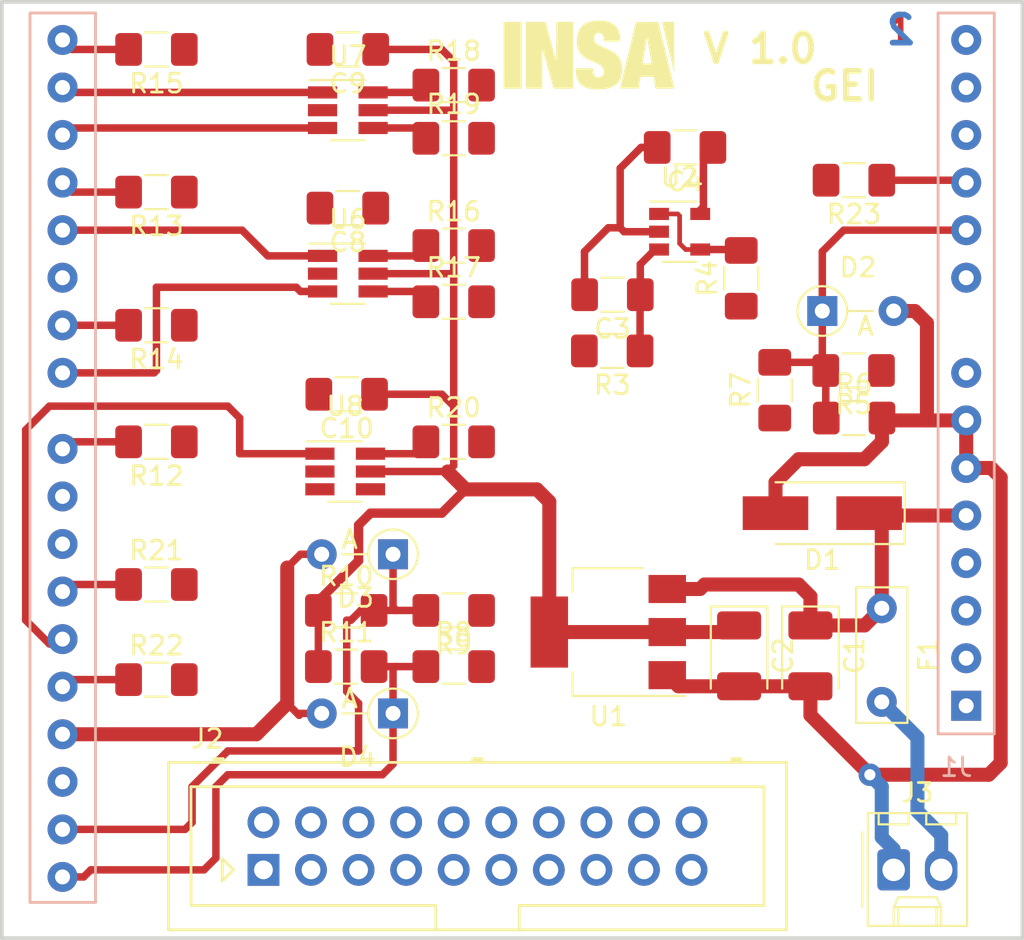
<source format=kicad_pcb>
(kicad_pcb (version 20171130) (host pcbnew 5.1.5-52549c5~84~ubuntu18.04.1)

  (general
    (thickness 1.6)
    (drawings 10)
    (tracks 187)
    (zones 0)
    (modules 42)
    (nets 44)
  )

  (page A4)
  (layers
    (0 F.Cu signal)
    (31 B.Cu signal)
    (32 B.Adhes user)
    (33 F.Adhes user)
    (34 B.Paste user)
    (35 F.Paste user)
    (36 B.SilkS user)
    (37 F.SilkS user)
    (38 B.Mask user)
    (39 F.Mask user)
    (40 Dwgs.User user)
    (41 Cmts.User user)
    (42 Eco1.User user)
    (43 Eco2.User user)
    (44 Edge.Cuts user)
    (45 Margin user)
    (46 B.CrtYd user hide)
    (47 F.CrtYd user hide)
    (48 B.Fab user hide)
    (49 F.Fab user hide)
  )

  (setup
    (last_trace_width 0.5)
    (user_trace_width 0.2)
    (user_trace_width 0.25)
    (user_trace_width 0.3)
    (user_trace_width 0.4)
    (user_trace_width 0.5)
    (user_trace_width 0.75)
    (user_trace_width 1)
    (user_trace_width 2)
    (trace_clearance 0.125)
    (zone_clearance 0.508)
    (zone_45_only no)
    (trace_min 0.15)
    (via_size 0.8)
    (via_drill 0.4)
    (via_min_size 0.6)
    (via_min_drill 0.3)
    (user_via 0.6 0.3)
    (user_via 0.8 0.4)
    (user_via 0.9 0.5)
    (user_via 1.2 0.6)
    (user_via 1.3 0.7)
    (user_via 1.4 0.8)
    (uvia_size 0.3)
    (uvia_drill 0.1)
    (uvias_allowed no)
    (uvia_min_size 0.2)
    (uvia_min_drill 0.1)
    (edge_width 0.2)
    (segment_width 0.2)
    (pcb_text_width 0.3)
    (pcb_text_size 1.5 1.5)
    (mod_edge_width 0.15)
    (mod_text_size 1 1)
    (mod_text_width 0.15)
    (pad_size 1.6 1.6)
    (pad_drill 0.8)
    (pad_to_mask_clearance 0.051)
    (solder_mask_min_width 0.25)
    (aux_axis_origin 90 64)
    (grid_origin 90 64)
    (visible_elements FFFFFF7F)
    (pcbplotparams
      (layerselection 0x010fc_ffffffff)
      (usegerberextensions false)
      (usegerberattributes false)
      (usegerberadvancedattributes false)
      (creategerberjobfile false)
      (excludeedgelayer true)
      (linewidth 0.100000)
      (plotframeref false)
      (viasonmask false)
      (mode 1)
      (useauxorigin false)
      (hpglpennumber 1)
      (hpglpenspeed 20)
      (hpglpendiameter 15.000000)
      (psnegative false)
      (psa4output false)
      (plotreference true)
      (plotvalue true)
      (plotinvisibletext false)
      (padsonsilk false)
      (subtractmaskfromsilk false)
      (outputformat 1)
      (mirror false)
      (drillshape 0)
      (scaleselection 1)
      (outputdirectory "gerber/"))
  )

  (net 0 "")
  (net 1 GND)
  (net 2 +3V3)
  (net 3 "Net-(C3-Pad1)")
  (net 4 /SIM_CARD_DETECT)
  (net 5 "Net-(F1-Pad2)")
  (net 6 /SIM_UART_RX)
  (net 7 /SIM_UART_TX)
  (net 8 /SIM_MOT_DIR)
  (net 9 /SIM_SERVO_PWM)
  (net 10 /SIM_MOT_PWM)
  (net 11 /SIM_CAPTEURS_SDA)
  (net 12 /SIM_CAPTEURS_SCL)
  (net 13 /MOT_PWM)
  (net 14 /MOT_DIR)
  (net 15 /SERVO_PWM)
  (net 16 /CAPTEURS_SDA)
  (net 17 /CAPTEURS_SCL)
  (net 18 /CARD_DETECT)
  (net 19 "Net-(R4-Pad2)")
  (net 20 "Net-(R16-Pad1)")
  (net 21 "Net-(R17-Pad1)")
  (net 22 "Net-(R18-Pad1)")
  (net 23 "Net-(R19-Pad1)")
  (net 24 /SIM_GIRO_PHA)
  (net 25 /SIM_V_BATTERIE)
  (net 26 /SIM_GIRO_PHB)
  (net 27 /SIM_GIRO_IDX)
  (net 28 /GIRO_PHA)
  (net 29 /GIRO_PHB)
  (net 30 /GIRO_INDEX)
  (net 31 /XBEE_UART_TX)
  (net 32 /XBEE_UART_RX)
  (net 33 /TENSION_BATTERIE)
  (net 34 +5V)
  (net 35 /SIM_SPI_SCK)
  (net 36 /SIM_SPI_MISO)
  (net 37 /SIM_SPI_CS)
  (net 38 /SIM_SPI_MOSI)
  (net 39 /SPI_MOSI)
  (net 40 /SPI_MISO)
  (net 41 /SPI_SCK)
  (net 42 /SPI_CS)
  (net 43 "Net-(R20-Pad1)")

  (net_class Default "Ceci est la Netclass par défaut."
    (clearance 0.125)
    (trace_width 0.25)
    (via_dia 0.8)
    (via_drill 0.4)
    (uvia_dia 0.3)
    (uvia_drill 0.1)
    (add_net +3V3)
    (add_net +5V)
    (add_net /CAPTEURS_SCL)
    (add_net /CAPTEURS_SDA)
    (add_net /CARD_DETECT)
    (add_net /GIRO_INDEX)
    (add_net /GIRO_PHA)
    (add_net /GIRO_PHB)
    (add_net /MOT_DIR)
    (add_net /MOT_PWM)
    (add_net /SERVO_PWM)
    (add_net /SIM_CAPTEURS_SCL)
    (add_net /SIM_CAPTEURS_SDA)
    (add_net /SIM_CARD_DETECT)
    (add_net /SIM_GIRO_IDX)
    (add_net /SIM_GIRO_PHA)
    (add_net /SIM_GIRO_PHB)
    (add_net /SIM_MOT_DIR)
    (add_net /SIM_MOT_PWM)
    (add_net /SIM_SERVO_PWM)
    (add_net /SIM_SPI_CS)
    (add_net /SIM_SPI_MISO)
    (add_net /SIM_SPI_MOSI)
    (add_net /SIM_SPI_SCK)
    (add_net /SIM_UART_RX)
    (add_net /SIM_UART_TX)
    (add_net /SIM_V_BATTERIE)
    (add_net /SPI_CS)
    (add_net /SPI_MISO)
    (add_net /SPI_MOSI)
    (add_net /SPI_SCK)
    (add_net /TENSION_BATTERIE)
    (add_net /XBEE_UART_RX)
    (add_net /XBEE_UART_TX)
    (add_net "Net-(C3-Pad1)")
    (add_net "Net-(F1-Pad2)")
    (add_net "Net-(R16-Pad1)")
    (add_net "Net-(R17-Pad1)")
    (add_net "Net-(R18-Pad1)")
    (add_net "Net-(R19-Pad1)")
    (add_net "Net-(R20-Pad1)")
    (add_net "Net-(R4-Pad2)")
  )

  (net_class Insa_GEI ""
    (clearance 0.125)
    (trace_width 0.4)
    (via_dia 1.2)
    (via_drill 0.6)
    (uvia_dia 0.3)
    (uvia_drill 0.1)
    (add_net GND)
  )

  (net_class Power ""
    (clearance 0.125)
    (trace_width 0.5)
    (via_dia 1.4)
    (via_drill 0.8)
    (uvia_dia 0.3)
    (uvia_drill 0.1)
  )

  (module Insa:Arduino_UNO_R3_Pin_Only locked (layer B.Cu) (tedit 5C6590A8) (tstamp 5C656A50)
    (at 141.5 101.592 90)
    (descr "Arduino UNO R3, http://www.mouser.com/pdfdocs/Gravitech_Arduino_Nano3_0.pdf")
    (tags "Arduino UNO R3")
    (path /5C628BB4)
    (fp_text reference J1 (at -3.275 -0.53) (layer B.SilkS)
      (effects (font (size 1 1) (thickness 0.15)) (justify mirror))
    )
    (fp_text value Arduino_UNO_R3 (at 0 -22.86 90) (layer B.Fab)
      (effects (font (size 1 1) (thickness 0.15)) (justify mirror))
    )
    (fp_text user %R (at 0 -20.32 -90) (layer B.Fab)
      (effects (font (size 1 1) (thickness 0.15)) (justify mirror))
    )
    (fp_line (start -10.5 -46.5) (end 37 -46.5) (layer B.SilkS) (width 0.15))
    (fp_line (start 37 -46.5) (end 37 -50) (layer B.SilkS) (width 0.15))
    (fp_line (start 37 -50) (end -10.5 -50) (layer B.SilkS) (width 0.15))
    (fp_line (start -10.5 -50) (end -10.5 -46.5) (layer B.SilkS) (width 0.15))
    (fp_line (start 37 1.5) (end 37 -1.5) (layer B.SilkS) (width 0.15))
    (fp_line (start 37 -1.5) (end -1.5 -1.5) (layer B.SilkS) (width 0.15))
    (fp_line (start -1.5 -1.5) (end -1.5 1.5) (layer B.SilkS) (width 0.15))
    (fp_line (start -1.5 1.5) (end 37 1.5) (layer B.SilkS) (width 0.15))
    (pad 16 thru_hole oval (at 33.02 -48.26) (size 1.6 1.6) (drill 0.8) (layers *.Cu *.Mask)
      (net 6 /SIM_UART_RX))
    (pad 15 thru_hole oval (at 35.56 -48.26) (size 1.6 1.6) (drill 0.8) (layers *.Cu *.Mask)
      (net 7 /SIM_UART_TX))
    (pad 30 thru_hole oval (at -4.06 -48.26) (size 1.6 1.6) (drill 0.8) (layers *.Cu *.Mask))
    (pad 14 thru_hole oval (at 35.56 0) (size 1.6 1.6) (drill 0.8) (layers *.Cu *.Mask))
    (pad 29 thru_hole oval (at -1.52 -48.26) (size 1.6 1.6) (drill 0.8) (layers *.Cu *.Mask)
      (net 1 GND))
    (pad 13 thru_hole oval (at 33.02 0) (size 1.6 1.6) (drill 0.8) (layers *.Cu *.Mask))
    (pad 28 thru_hole oval (at 1.02 -48.26) (size 1.6 1.6) (drill 0.8) (layers *.Cu *.Mask)
      (net 35 /SIM_SPI_SCK))
    (pad 12 thru_hole oval (at 30.48 0) (size 1.6 1.6) (drill 0.8) (layers *.Cu *.Mask))
    (pad 27 thru_hole oval (at 3.56 -48.26) (size 1.6 1.6) (drill 0.8) (layers *.Cu *.Mask)
      (net 36 /SIM_SPI_MISO))
    (pad 11 thru_hole oval (at 27.94 0) (size 1.6 1.6) (drill 0.8) (layers *.Cu *.Mask)
      (net 37 /SIM_SPI_CS))
    (pad 26 thru_hole oval (at 6.1 -48.26) (size 1.6 1.6) (drill 0.8) (layers *.Cu *.Mask)
      (net 38 /SIM_SPI_MOSI))
    (pad 10 thru_hole oval (at 25.4 0) (size 1.6 1.6) (drill 0.8) (layers *.Cu *.Mask)
      (net 4 /SIM_CARD_DETECT))
    (pad 25 thru_hole oval (at 8.64 -48.26) (size 1.6 1.6) (drill 0.8) (layers *.Cu *.Mask))
    (pad 9 thru_hole oval (at 22.86 0) (size 1.6 1.6) (drill 0.8) (layers *.Cu *.Mask))
    (pad 24 thru_hole oval (at 11.18 -48.26) (size 1.6 1.6) (drill 0.8) (layers *.Cu *.Mask))
    (pad 8 thru_hole oval (at 17.78 0) (size 1.6 1.6) (drill 0.8) (layers *.Cu *.Mask))
    (pad 23 thru_hole oval (at 13.72 -48.26) (size 1.6 1.6) (drill 0.8) (layers *.Cu *.Mask)
      (net 8 /SIM_MOT_DIR))
    (pad 7 thru_hole oval (at 15.24 0) (size 1.6 1.6) (drill 0.8) (layers *.Cu *.Mask)
      (net 1 GND))
    (pad 22 thru_hole oval (at 17.78 -48.26) (size 1.6 1.6) (drill 0.8) (layers *.Cu *.Mask)
      (net 24 /SIM_GIRO_PHA))
    (pad 6 thru_hole oval (at 12.7 0) (size 1.6 1.6) (drill 0.8) (layers *.Cu *.Mask)
      (net 1 GND))
    (pad 21 thru_hole oval (at 20.32 -48.26) (size 1.6 1.6) (drill 0.8) (layers *.Cu *.Mask)
      (net 9 /SIM_SERVO_PWM))
    (pad 5 thru_hole oval (at 10.16 0) (size 1.6 1.6) (drill 0.8) (layers *.Cu *.Mask)
      (net 34 +5V))
    (pad 20 thru_hole oval (at 22.86 -48.26) (size 1.6 1.6) (drill 0.8) (layers *.Cu *.Mask)
      (net 25 /SIM_V_BATTERIE))
    (pad 4 thru_hole oval (at 7.62 0) (size 1.6 1.6) (drill 0.8) (layers *.Cu *.Mask))
    (pad 19 thru_hole oval (at 25.4 -48.26) (size 1.6 1.6) (drill 0.8) (layers *.Cu *.Mask)
      (net 26 /SIM_GIRO_PHB))
    (pad 3 thru_hole oval (at 5.08 0) (size 1.6 1.6) (drill 0.8) (layers *.Cu *.Mask))
    (pad 18 thru_hole oval (at 27.94 -48.26) (size 1.6 1.6) (drill 0.8) (layers *.Cu *.Mask)
      (net 10 /SIM_MOT_PWM))
    (pad 2 thru_hole oval (at 2.54 0) (size 1.6 1.6) (drill 0.8) (layers *.Cu *.Mask))
    (pad 17 thru_hole oval (at 30.48 -48.26) (size 1.6 1.6) (drill 0.8) (layers *.Cu *.Mask)
      (net 27 /SIM_GIRO_IDX))
    (pad 1 thru_hole rect (at 0 0) (size 1.6 1.6) (drill 0.8) (layers *.Cu *.Mask))
    (pad 31 thru_hole oval (at -6.6 -48.26) (size 1.6 1.6) (drill 0.8) (layers *.Cu *.Mask)
      (net 11 /SIM_CAPTEURS_SDA))
    (pad 32 thru_hole oval (at -9.14 -48.26) (size 1.6 1.6) (drill 0.8) (layers *.Cu *.Mask)
      (net 12 /SIM_CAPTEURS_SCL))
    (model ${KISYS3DMOD}/Connector_PinHeader_2.54mm.3dshapes/PinHeader_1x06_P2.54mm_Vertical.wrl
      (offset (xyz 35.55 0 0))
      (scale (xyz 1 1 1))
      (rotate (xyz 0 0 90))
    )
    (model ${KISYS3DMOD}/Connector_PinHeader_2.54mm.3dshapes/PinHeader_1x08_P2.54mm_Vertical.wrl
      (offset (xyz 17.7 0 0))
      (scale (xyz 1 1 1))
      (rotate (xyz 0 0 90))
    )
    (model ${KISYS3DMOD}/Connector_PinHeader_2.54mm.3dshapes/PinHeader_1x08_P2.54mm_Vertical.wrl
      (offset (xyz 35.55 -48.15 0))
      (scale (xyz 1 1 1))
      (rotate (xyz 0 0 90))
    )
    (model ${KISYS3DMOD}/Connector_PinHeader_2.54mm.3dshapes/PinHeader_1x10_P2.54mm_Vertical.wrl
      (offset (xyz 13.7 -48.15 0))
      (scale (xyz 1 1 1))
      (rotate (xyz 0 0 90))
    )
  )

  (module Insa:insa-image (layer F.Cu) (tedit 0) (tstamp 5CCE60CC)
    (at 121.5 67)
    (path /5CC35BF7)
    (fp_text reference Logo1 (at 0 0) (layer F.SilkS) hide
      (effects (font (size 1.524 1.524) (thickness 0.3)))
    )
    (fp_text value LOGO (at 0.75 0) (layer F.SilkS) hide
      (effects (font (size 1.524 1.524) (thickness 0.3)))
    )
    (fp_poly (pts (xy 0.537899 -1.989188) (xy 0.682291 -1.978388) (xy 0.797311 -1.961026) (xy 0.993266 -1.901446)
      (xy 1.159745 -1.811761) (xy 1.295966 -1.69299) (xy 1.40115 -1.546152) (xy 1.474513 -1.372266)
      (xy 1.515276 -1.172351) (xy 1.524 -1.013111) (xy 1.524 -0.889) (xy 0.656166 -0.889)
      (xy 0.656166 -0.940875) (xy 0.643806 -1.064248) (xy 0.609513 -1.173904) (xy 0.557467 -1.263123)
      (xy 0.491846 -1.325185) (xy 0.416832 -1.353369) (xy 0.398991 -1.354354) (xy 0.297363 -1.334881)
      (xy 0.215098 -1.281166) (xy 0.157278 -1.19882) (xy 0.128989 -1.093454) (xy 0.127 -1.054152)
      (xy 0.133154 -0.971225) (xy 0.154162 -0.898486) (xy 0.193841 -0.832637) (xy 0.256006 -0.770378)
      (xy 0.344476 -0.708411) (xy 0.463066 -0.643438) (xy 0.615594 -0.572158) (xy 0.752754 -0.513331)
      (xy 0.868474 -0.462933) (xy 0.980989 -0.410382) (xy 1.079341 -0.361032) (xy 1.152571 -0.320238)
      (xy 1.168063 -0.310428) (xy 1.330873 -0.180121) (xy 1.457621 -0.028873) (xy 1.548696 0.144168)
      (xy 1.604484 0.339853) (xy 1.625374 0.559034) (xy 1.622244 0.688045) (xy 1.594521 0.907497)
      (xy 1.539358 1.095513) (xy 1.455091 1.25424) (xy 1.340055 1.385823) (xy 1.192585 1.49241)
      (xy 1.011015 1.576145) (xy 0.907039 1.610081) (xy 0.797673 1.633398) (xy 0.657715 1.650807)
      (xy 0.498539 1.661976) (xy 0.331517 1.666574) (xy 0.168024 1.664272) (xy 0.019431 1.654737)
      (xy -0.094675 1.639229) (xy -0.296195 1.584582) (xy -0.465904 1.502331) (xy -0.604065 1.392138)
      (xy -0.710942 1.253663) (xy -0.786799 1.086567) (xy -0.831898 0.890512) (xy -0.846507 0.672042)
      (xy -0.846667 0.550334) (xy 0.058031 0.550334) (xy 0.072896 0.681715) (xy 0.096231 0.816115)
      (xy 0.133587 0.914092) (xy 0.188298 0.980185) (xy 0.263699 1.018933) (xy 0.330388 1.032196)
      (xy 0.436807 1.025864) (xy 0.526303 0.985415) (xy 0.594824 0.917063) (xy 0.638321 0.827022)
      (xy 0.65274 0.721503) (xy 0.634031 0.606721) (xy 0.624933 0.580492) (xy 0.587438 0.508949)
      (xy 0.529301 0.442394) (xy 0.445988 0.377583) (xy 0.33296 0.311275) (xy 0.185683 0.240226)
      (xy 0.091626 0.199302) (xy -0.056235 0.135844) (xy -0.171762 0.083655) (xy -0.262127 0.038783)
      (xy -0.334498 -0.002721) (xy -0.396046 -0.044808) (xy -0.453941 -0.091427) (xy -0.483863 -0.117765)
      (xy -0.603042 -0.24263) (xy -0.690714 -0.377506) (xy -0.74954 -0.529162) (xy -0.782181 -0.704363)
      (xy -0.791358 -0.899583) (xy -0.775704 -1.137766) (xy -0.730298 -1.34599) (xy -0.654764 -1.524771)
      (xy -0.548731 -1.674628) (xy -0.411826 -1.796078) (xy -0.243675 -1.88964) (xy -0.043905 -1.955831)
      (xy -0.027767 -1.959677) (xy 0.084847 -1.977917) (xy 0.225668 -1.988931) (xy 0.381189 -1.992695)
      (xy 0.537899 -1.989188)) (layer F.SilkS) (width 0.01))
    (fp_poly (pts (xy -3.7465 1.629834) (xy -4.699 1.629834) (xy -4.699 -1.926166) (xy -3.7465 -1.926166)
      (xy -3.7465 1.629834)) (layer F.SilkS) (width 0.01))
    (fp_poly (pts (xy -0.994834 1.629834) (xy -2.03036 1.629834) (xy -2.059578 1.529292) (xy -2.071186 1.488732)
      (xy -2.092991 1.411942) (xy -2.123715 1.303442) (xy -2.16208 1.16775) (xy -2.206811 1.009386)
      (xy -2.256629 0.832869) (xy -2.310257 0.642719) (xy -2.362023 0.459057) (xy -2.63525 -0.510636)
      (xy -2.646222 1.629834) (xy -3.513667 1.629834) (xy -3.513667 -1.926166) (xy -2.465917 -1.925752)
      (xy -1.894417 0.169296) (xy -1.883439 -1.926166) (xy -0.994834 -1.926166) (xy -0.994834 1.629834)) (layer F.SilkS) (width 0.01))
    (fp_poly (pts (xy 3.619724 -1.646034) (xy 3.636266 -1.577792) (xy 3.661877 -1.472594) (xy 3.695539 -1.334602)
      (xy 3.736236 -1.167976) (xy 3.782949 -0.976874) (xy 3.834663 -0.765456) (xy 3.890359 -0.537884)
      (xy 3.949022 -0.298316) (xy 4.009634 -0.050912) (xy 4.045059 0.093629) (xy 4.104251 0.335639)
      (xy 4.160383 0.566174) (xy 4.212647 0.781853) (xy 4.260237 0.979295) (xy 4.302344 1.155116)
      (xy 4.338161 1.305934) (xy 4.36688 1.428369) (xy 4.387693 1.519038) (xy 4.399794 1.574559)
      (xy 4.402666 1.591171) (xy 4.400382 1.603461) (xy 4.39018 1.612836) (xy 4.367041 1.619688)
      (xy 4.325943 1.624409) (xy 4.261864 1.627392) (xy 4.169784 1.629028) (xy 4.044681 1.62971)
      (xy 3.907895 1.629834) (xy 3.413125 1.629834) (xy 3.402086 1.571625) (xy 3.394788 1.528322)
      (xy 3.383116 1.453655) (xy 3.368687 1.358169) (xy 3.35337 1.254125) (xy 3.315692 0.994834)
      (xy 2.605418 0.994834) (xy 2.592744 1.063625) (xy 2.58449 1.112221) (xy 2.571858 1.191069)
      (xy 2.556684 1.288549) (xy 2.543393 1.375834) (xy 2.506716 1.61925) (xy 2.015358 1.624932)
      (xy 1.858605 1.626555) (xy 1.73916 1.627112) (xy 1.652004 1.626278) (xy 1.592117 1.623729)
      (xy 1.554482 1.61914) (xy 1.534078 1.612185) (xy 1.525887 1.60254) (xy 1.524743 1.593182)
      (xy 1.529715 1.567322) (xy 1.543917 1.503403) (xy 1.566619 1.404509) (xy 1.597091 1.273725)
      (xy 1.634606 1.114138) (xy 1.678433 0.928833) (xy 1.727844 0.720896) (xy 1.78211 0.493411)
      (xy 1.834342 0.275192) (xy 2.715817 0.275192) (xy 2.727924 0.28578) (xy 2.759825 0.292116)
      (xy 2.818242 0.295263) (xy 2.909898 0.296283) (xy 2.951323 0.296334) (xy 3.063741 0.295039)
      (xy 3.13873 0.290808) (xy 3.181123 0.283117) (xy 3.195757 0.271443) (xy 3.19588 0.269875)
      (xy 3.192353 0.242076) (xy 3.182642 0.179476) (xy 3.167773 0.088044) (xy 3.148774 -0.026247)
      (xy 3.126673 -0.157426) (xy 3.102497 -0.299523) (xy 3.077273 -0.446566) (xy 3.052029 -0.592585)
      (xy 3.027793 -0.731608) (xy 3.005592 -0.857664) (xy 2.986454 -0.964782) (xy 2.971407 -1.046992)
      (xy 2.961477 -1.098321) (xy 2.957873 -1.113182) (xy 2.952976 -1.094709) (xy 2.942066 -1.039337)
      (xy 2.926013 -0.951937) (xy 2.905685 -0.837378) (xy 2.881952 -0.700533) (xy 2.855684 -0.546272)
      (xy 2.839281 -0.448663) (xy 2.811612 -0.283951) (xy 2.785782 -0.131603) (xy 2.762709 0.003081)
      (xy 2.74331 0.114799) (xy 2.728503 0.198249) (xy 2.719204 0.24813) (xy 2.716782 0.259292)
      (xy 2.715817 0.275192) (xy 1.834342 0.275192) (xy 1.840501 0.249464) (xy 1.902289 -0.007859)
      (xy 1.943707 -0.179916) (xy 2.361928 -1.915583) (xy 3.551996 -1.926819) (xy 3.619724 -1.646034)) (layer F.SilkS) (width 0.01))
    (fp_poly (pts (xy 4.402666 -0.592666) (xy 4.402585 -0.359383) (xy 4.402349 -0.139078) (xy 4.401974 0.064679)
      (xy 4.401473 0.248317) (xy 4.400861 0.408266) (xy 4.400152 0.540956) (xy 4.39936 0.642817)
      (xy 4.3985 0.710278) (xy 4.397584 0.73977) (xy 4.397375 0.740808) (xy 4.391731 0.720777)
      (xy 4.377252 0.663009) (xy 4.35477 0.570984) (xy 4.325118 0.44818) (xy 4.289131 0.298075)
      (xy 4.247642 0.124148) (xy 4.201483 -0.070122) (xy 4.151489 -0.281258) (xy 4.098493 -0.505781)
      (xy 4.086743 -0.55565) (xy 4.032984 -0.783866) (xy 3.981948 -1.00044) (xy 3.934489 -1.201762)
      (xy 3.891457 -1.384219) (xy 3.853706 -1.544202) (xy 3.822088 -1.678098) (xy 3.797454 -1.782297)
      (xy 3.780658 -1.853188) (xy 3.77255 -1.88716) (xy 3.772066 -1.889125) (xy 3.77154 -1.903342)
      (xy 3.7823 -1.913388) (xy 3.810342 -1.919977) (xy 3.861665 -1.923825) (xy 3.942266 -1.925647)
      (xy 4.058142 -1.926159) (xy 4.082697 -1.926166) (xy 4.402666 -1.926166) (xy 4.402666 -0.592666)) (layer F.SilkS) (width 0.01))
  )

  (module Capacitor_Tantalum_SMD:CP_EIA-3528-21_Kemet-B_Pad1.50x2.35mm_HandSolder (layer F.Cu) (tedit 5B342532) (tstamp 5E600822)
    (at 133.18 98.925 270)
    (descr "Tantalum Capacitor SMD Kemet-B (3528-21 Metric), IPC_7351 nominal, (Body size from: http://www.kemet.com/Lists/ProductCatalog/Attachments/253/KEM_TC101_STD.pdf), generated with kicad-footprint-generator")
    (tags "capacitor tantalum")
    (path /5E6A06B4)
    (attr smd)
    (fp_text reference C1 (at 0 -2.35 90) (layer F.SilkS)
      (effects (font (size 1 1) (thickness 0.15)))
    )
    (fp_text value 10µF (at 0 2.35 90) (layer F.Fab)
      (effects (font (size 1 1) (thickness 0.15)))
    )
    (fp_line (start 1.75 -1.4) (end -1.05 -1.4) (layer F.Fab) (width 0.1))
    (fp_line (start -1.05 -1.4) (end -1.75 -0.7) (layer F.Fab) (width 0.1))
    (fp_line (start -1.75 -0.7) (end -1.75 1.4) (layer F.Fab) (width 0.1))
    (fp_line (start -1.75 1.4) (end 1.75 1.4) (layer F.Fab) (width 0.1))
    (fp_line (start 1.75 1.4) (end 1.75 -1.4) (layer F.Fab) (width 0.1))
    (fp_line (start 1.75 -1.51) (end -2.635 -1.51) (layer F.SilkS) (width 0.12))
    (fp_line (start -2.635 -1.51) (end -2.635 1.51) (layer F.SilkS) (width 0.12))
    (fp_line (start -2.635 1.51) (end 1.75 1.51) (layer F.SilkS) (width 0.12))
    (fp_line (start -2.62 1.65) (end -2.62 -1.65) (layer F.CrtYd) (width 0.05))
    (fp_line (start -2.62 -1.65) (end 2.62 -1.65) (layer F.CrtYd) (width 0.05))
    (fp_line (start 2.62 -1.65) (end 2.62 1.65) (layer F.CrtYd) (width 0.05))
    (fp_line (start 2.62 1.65) (end -2.62 1.65) (layer F.CrtYd) (width 0.05))
    (fp_text user %R (at 0 0 90) (layer F.Fab)
      (effects (font (size 0.88 0.88) (thickness 0.13)))
    )
    (pad 1 smd roundrect (at -1.625 0 270) (size 1.5 2.35) (layers F.Cu F.Paste F.Mask) (roundrect_rratio 0.166667)
      (net 34 +5V))
    (pad 2 smd roundrect (at 1.625 0 270) (size 1.5 2.35) (layers F.Cu F.Paste F.Mask) (roundrect_rratio 0.166667)
      (net 1 GND))
    (model ${KISYS3DMOD}/Capacitor_Tantalum_SMD.3dshapes/CP_EIA-3528-21_Kemet-B.wrl
      (at (xyz 0 0 0))
      (scale (xyz 1 1 1))
      (rotate (xyz 0 0 0))
    )
  )

  (module Capacitor_Tantalum_SMD:CP_EIA-3528-21_Kemet-B_Pad1.50x2.35mm_HandSolder (layer F.Cu) (tedit 5B342532) (tstamp 5E600835)
    (at 129.37 98.925 270)
    (descr "Tantalum Capacitor SMD Kemet-B (3528-21 Metric), IPC_7351 nominal, (Body size from: http://www.kemet.com/Lists/ProductCatalog/Attachments/253/KEM_TC101_STD.pdf), generated with kicad-footprint-generator")
    (tags "capacitor tantalum")
    (path /5E69F232)
    (attr smd)
    (fp_text reference C2 (at 0 -2.35 90) (layer F.SilkS)
      (effects (font (size 1 1) (thickness 0.15)))
    )
    (fp_text value 100µF (at 0 2.35 90) (layer F.Fab)
      (effects (font (size 1 1) (thickness 0.15)))
    )
    (fp_text user %R (at 0 0 90) (layer F.Fab)
      (effects (font (size 0.88 0.88) (thickness 0.13)))
    )
    (fp_line (start 2.62 1.65) (end -2.62 1.65) (layer F.CrtYd) (width 0.05))
    (fp_line (start 2.62 -1.65) (end 2.62 1.65) (layer F.CrtYd) (width 0.05))
    (fp_line (start -2.62 -1.65) (end 2.62 -1.65) (layer F.CrtYd) (width 0.05))
    (fp_line (start -2.62 1.65) (end -2.62 -1.65) (layer F.CrtYd) (width 0.05))
    (fp_line (start -2.635 1.51) (end 1.75 1.51) (layer F.SilkS) (width 0.12))
    (fp_line (start -2.635 -1.51) (end -2.635 1.51) (layer F.SilkS) (width 0.12))
    (fp_line (start 1.75 -1.51) (end -2.635 -1.51) (layer F.SilkS) (width 0.12))
    (fp_line (start 1.75 1.4) (end 1.75 -1.4) (layer F.Fab) (width 0.1))
    (fp_line (start -1.75 1.4) (end 1.75 1.4) (layer F.Fab) (width 0.1))
    (fp_line (start -1.75 -0.7) (end -1.75 1.4) (layer F.Fab) (width 0.1))
    (fp_line (start -1.05 -1.4) (end -1.75 -0.7) (layer F.Fab) (width 0.1))
    (fp_line (start 1.75 -1.4) (end -1.05 -1.4) (layer F.Fab) (width 0.1))
    (pad 2 smd roundrect (at 1.625 0 270) (size 1.5 2.35) (layers F.Cu F.Paste F.Mask) (roundrect_rratio 0.166667)
      (net 1 GND))
    (pad 1 smd roundrect (at -1.625 0 270) (size 1.5 2.35) (layers F.Cu F.Paste F.Mask) (roundrect_rratio 0.166667)
      (net 2 +3V3))
    (model ${KISYS3DMOD}/Capacitor_Tantalum_SMD.3dshapes/CP_EIA-3528-21_Kemet-B.wrl
      (at (xyz 0 0 0))
      (scale (xyz 1 1 1))
      (rotate (xyz 0 0 0))
    )
  )

  (module Capacitor_SMD:C_1206_3216Metric_Pad1.42x1.75mm_HandSolder (layer F.Cu) (tedit 5B301BBE) (tstamp 5E600846)
    (at 122.6075 79.64 180)
    (descr "Capacitor SMD 1206 (3216 Metric), square (rectangular) end terminal, IPC_7351 nominal with elongated pad for handsoldering. (Body size source: http://www.tortai-tech.com/upload/download/2011102023233369053.pdf), generated with kicad-footprint-generator")
    (tags "capacitor handsolder")
    (path /5E6480FE)
    (attr smd)
    (fp_text reference C3 (at 0 -1.82) (layer F.SilkS)
      (effects (font (size 1 1) (thickness 0.15)))
    )
    (fp_text value 10µF (at 0 1.82) (layer F.Fab)
      (effects (font (size 1 1) (thickness 0.15)))
    )
    (fp_line (start -1.6 0.8) (end -1.6 -0.8) (layer F.Fab) (width 0.1))
    (fp_line (start -1.6 -0.8) (end 1.6 -0.8) (layer F.Fab) (width 0.1))
    (fp_line (start 1.6 -0.8) (end 1.6 0.8) (layer F.Fab) (width 0.1))
    (fp_line (start 1.6 0.8) (end -1.6 0.8) (layer F.Fab) (width 0.1))
    (fp_line (start -0.602064 -0.91) (end 0.602064 -0.91) (layer F.SilkS) (width 0.12))
    (fp_line (start -0.602064 0.91) (end 0.602064 0.91) (layer F.SilkS) (width 0.12))
    (fp_line (start -2.45 1.12) (end -2.45 -1.12) (layer F.CrtYd) (width 0.05))
    (fp_line (start -2.45 -1.12) (end 2.45 -1.12) (layer F.CrtYd) (width 0.05))
    (fp_line (start 2.45 -1.12) (end 2.45 1.12) (layer F.CrtYd) (width 0.05))
    (fp_line (start 2.45 1.12) (end -2.45 1.12) (layer F.CrtYd) (width 0.05))
    (fp_text user %R (at 0 0) (layer F.Fab)
      (effects (font (size 0.8 0.8) (thickness 0.12)))
    )
    (pad 1 smd roundrect (at -1.4875 0 180) (size 1.425 1.75) (layers F.Cu F.Paste F.Mask) (roundrect_rratio 0.175439)
      (net 3 "Net-(C3-Pad1)"))
    (pad 2 smd roundrect (at 1.4875 0 180) (size 1.425 1.75) (layers F.Cu F.Paste F.Mask) (roundrect_rratio 0.175439)
      (net 1 GND))
    (model ${KISYS3DMOD}/Capacitor_SMD.3dshapes/C_1206_3216Metric.wrl
      (at (xyz 0 0 0))
      (scale (xyz 1 1 1))
      (rotate (xyz 0 0 0))
    )
  )

  (module Capacitor_SMD:C_1206_3216Metric_Pad1.42x1.75mm_HandSolder (layer F.Cu) (tedit 5B301BBE) (tstamp 5E600857)
    (at 126.485 71.775 180)
    (descr "Capacitor SMD 1206 (3216 Metric), square (rectangular) end terminal, IPC_7351 nominal with elongated pad for handsoldering. (Body size source: http://www.tortai-tech.com/upload/download/2011102023233369053.pdf), generated with kicad-footprint-generator")
    (tags "capacitor handsolder")
    (path /5E65EE6B)
    (attr smd)
    (fp_text reference C4 (at 0 -1.82) (layer F.SilkS)
      (effects (font (size 1 1) (thickness 0.15)))
    )
    (fp_text value 100nF (at 0 1.82) (layer F.Fab)
      (effects (font (size 1 1) (thickness 0.15)))
    )
    (fp_text user %R (at 0 0) (layer F.Fab)
      (effects (font (size 0.8 0.8) (thickness 0.12)))
    )
    (fp_line (start 2.45 1.12) (end -2.45 1.12) (layer F.CrtYd) (width 0.05))
    (fp_line (start 2.45 -1.12) (end 2.45 1.12) (layer F.CrtYd) (width 0.05))
    (fp_line (start -2.45 -1.12) (end 2.45 -1.12) (layer F.CrtYd) (width 0.05))
    (fp_line (start -2.45 1.12) (end -2.45 -1.12) (layer F.CrtYd) (width 0.05))
    (fp_line (start -0.602064 0.91) (end 0.602064 0.91) (layer F.SilkS) (width 0.12))
    (fp_line (start -0.602064 -0.91) (end 0.602064 -0.91) (layer F.SilkS) (width 0.12))
    (fp_line (start 1.6 0.8) (end -1.6 0.8) (layer F.Fab) (width 0.1))
    (fp_line (start 1.6 -0.8) (end 1.6 0.8) (layer F.Fab) (width 0.1))
    (fp_line (start -1.6 -0.8) (end 1.6 -0.8) (layer F.Fab) (width 0.1))
    (fp_line (start -1.6 0.8) (end -1.6 -0.8) (layer F.Fab) (width 0.1))
    (pad 2 smd roundrect (at 1.4875 0 180) (size 1.425 1.75) (layers F.Cu F.Paste F.Mask) (roundrect_rratio 0.175439)
      (net 1 GND))
    (pad 1 smd roundrect (at -1.4875 0 180) (size 1.425 1.75) (layers F.Cu F.Paste F.Mask) (roundrect_rratio 0.175439)
      (net 2 +3V3))
    (model ${KISYS3DMOD}/Capacitor_SMD.3dshapes/C_1206_3216Metric.wrl
      (at (xyz 0 0 0))
      (scale (xyz 1 1 1))
      (rotate (xyz 0 0 0))
    )
  )

  (module Capacitor_SMD:C_1206_3216Metric_Pad1.42x1.75mm_HandSolder (layer F.Cu) (tedit 5B301BBE) (tstamp 5E60089B)
    (at 108.475 75.015 180)
    (descr "Capacitor SMD 1206 (3216 Metric), square (rectangular) end terminal, IPC_7351 nominal with elongated pad for handsoldering. (Body size source: http://www.tortai-tech.com/upload/download/2011102023233369053.pdf), generated with kicad-footprint-generator")
    (tags "capacitor handsolder")
    (path /5E9B1379/5E9CF688)
    (attr smd)
    (fp_text reference C8 (at 0 -1.82) (layer F.SilkS)
      (effects (font (size 1 1) (thickness 0.15)))
    )
    (fp_text value 100nF (at 0 1.82) (layer F.Fab)
      (effects (font (size 1 1) (thickness 0.15)))
    )
    (fp_line (start -1.6 0.8) (end -1.6 -0.8) (layer F.Fab) (width 0.1))
    (fp_line (start -1.6 -0.8) (end 1.6 -0.8) (layer F.Fab) (width 0.1))
    (fp_line (start 1.6 -0.8) (end 1.6 0.8) (layer F.Fab) (width 0.1))
    (fp_line (start 1.6 0.8) (end -1.6 0.8) (layer F.Fab) (width 0.1))
    (fp_line (start -0.602064 -0.91) (end 0.602064 -0.91) (layer F.SilkS) (width 0.12))
    (fp_line (start -0.602064 0.91) (end 0.602064 0.91) (layer F.SilkS) (width 0.12))
    (fp_line (start -2.45 1.12) (end -2.45 -1.12) (layer F.CrtYd) (width 0.05))
    (fp_line (start -2.45 -1.12) (end 2.45 -1.12) (layer F.CrtYd) (width 0.05))
    (fp_line (start 2.45 -1.12) (end 2.45 1.12) (layer F.CrtYd) (width 0.05))
    (fp_line (start 2.45 1.12) (end -2.45 1.12) (layer F.CrtYd) (width 0.05))
    (fp_text user %R (at 0 0) (layer F.Fab)
      (effects (font (size 0.8 0.8) (thickness 0.12)))
    )
    (pad 1 smd roundrect (at -1.4875 0 180) (size 1.425 1.75) (layers F.Cu F.Paste F.Mask) (roundrect_rratio 0.175439)
      (net 2 +3V3))
    (pad 2 smd roundrect (at 1.4875 0 180) (size 1.425 1.75) (layers F.Cu F.Paste F.Mask) (roundrect_rratio 0.175439)
      (net 1 GND))
    (model ${KISYS3DMOD}/Capacitor_SMD.3dshapes/C_1206_3216Metric.wrl
      (at (xyz 0 0 0))
      (scale (xyz 1 1 1))
      (rotate (xyz 0 0 0))
    )
  )

  (module Capacitor_SMD:C_1206_3216Metric_Pad1.42x1.75mm_HandSolder (layer F.Cu) (tedit 5B301BBE) (tstamp 5E6008AC)
    (at 108.475 66.54 180)
    (descr "Capacitor SMD 1206 (3216 Metric), square (rectangular) end terminal, IPC_7351 nominal with elongated pad for handsoldering. (Body size source: http://www.tortai-tech.com/upload/download/2011102023233369053.pdf), generated with kicad-footprint-generator")
    (tags "capacitor handsolder")
    (path /5E9B1379/5E9CF676)
    (attr smd)
    (fp_text reference C9 (at 0 -1.82) (layer F.SilkS)
      (effects (font (size 1 1) (thickness 0.15)))
    )
    (fp_text value 100nF (at 0 1.82) (layer F.Fab)
      (effects (font (size 1 1) (thickness 0.15)))
    )
    (fp_text user %R (at 0 0) (layer F.Fab)
      (effects (font (size 0.8 0.8) (thickness 0.12)))
    )
    (fp_line (start 2.45 1.12) (end -2.45 1.12) (layer F.CrtYd) (width 0.05))
    (fp_line (start 2.45 -1.12) (end 2.45 1.12) (layer F.CrtYd) (width 0.05))
    (fp_line (start -2.45 -1.12) (end 2.45 -1.12) (layer F.CrtYd) (width 0.05))
    (fp_line (start -2.45 1.12) (end -2.45 -1.12) (layer F.CrtYd) (width 0.05))
    (fp_line (start -0.602064 0.91) (end 0.602064 0.91) (layer F.SilkS) (width 0.12))
    (fp_line (start -0.602064 -0.91) (end 0.602064 -0.91) (layer F.SilkS) (width 0.12))
    (fp_line (start 1.6 0.8) (end -1.6 0.8) (layer F.Fab) (width 0.1))
    (fp_line (start 1.6 -0.8) (end 1.6 0.8) (layer F.Fab) (width 0.1))
    (fp_line (start -1.6 -0.8) (end 1.6 -0.8) (layer F.Fab) (width 0.1))
    (fp_line (start -1.6 0.8) (end -1.6 -0.8) (layer F.Fab) (width 0.1))
    (pad 2 smd roundrect (at 1.4875 0 180) (size 1.425 1.75) (layers F.Cu F.Paste F.Mask) (roundrect_rratio 0.175439)
      (net 1 GND))
    (pad 1 smd roundrect (at -1.4875 0 180) (size 1.425 1.75) (layers F.Cu F.Paste F.Mask) (roundrect_rratio 0.175439)
      (net 2 +3V3))
    (model ${KISYS3DMOD}/Capacitor_SMD.3dshapes/C_1206_3216Metric.wrl
      (at (xyz 0 0 0))
      (scale (xyz 1 1 1))
      (rotate (xyz 0 0 0))
    )
  )

  (module Diode_SMD:D_SMA_Handsoldering (layer F.Cu) (tedit 58643398) (tstamp 5E6008C4)
    (at 133.815 91.305 180)
    (descr "Diode SMA (DO-214AC) Handsoldering")
    (tags "Diode SMA (DO-214AC) Handsoldering")
    (path /5E6CEC68)
    (attr smd)
    (fp_text reference D1 (at 0 -2.5) (layer F.SilkS)
      (effects (font (size 1 1) (thickness 0.15)))
    )
    (fp_text value CSA2D-E3/I (at 0 2.6) (layer F.Fab)
      (effects (font (size 1 1) (thickness 0.15)))
    )
    (fp_line (start -4.4 -1.65) (end 2.5 -1.65) (layer F.SilkS) (width 0.12))
    (fp_line (start -4.4 1.65) (end 2.5 1.65) (layer F.SilkS) (width 0.12))
    (fp_line (start -0.64944 0.00102) (end 0.50118 -0.79908) (layer F.Fab) (width 0.1))
    (fp_line (start -0.64944 0.00102) (end 0.50118 0.75032) (layer F.Fab) (width 0.1))
    (fp_line (start 0.50118 0.75032) (end 0.50118 -0.79908) (layer F.Fab) (width 0.1))
    (fp_line (start -0.64944 -0.79908) (end -0.64944 0.80112) (layer F.Fab) (width 0.1))
    (fp_line (start 0.50118 0.00102) (end 1.4994 0.00102) (layer F.Fab) (width 0.1))
    (fp_line (start -0.64944 0.00102) (end -1.55114 0.00102) (layer F.Fab) (width 0.1))
    (fp_line (start -4.5 1.75) (end -4.5 -1.75) (layer F.CrtYd) (width 0.05))
    (fp_line (start 4.5 1.75) (end -4.5 1.75) (layer F.CrtYd) (width 0.05))
    (fp_line (start 4.5 -1.75) (end 4.5 1.75) (layer F.CrtYd) (width 0.05))
    (fp_line (start -4.5 -1.75) (end 4.5 -1.75) (layer F.CrtYd) (width 0.05))
    (fp_line (start 2.3 -1.5) (end -2.3 -1.5) (layer F.Fab) (width 0.1))
    (fp_line (start 2.3 -1.5) (end 2.3 1.5) (layer F.Fab) (width 0.1))
    (fp_line (start -2.3 1.5) (end -2.3 -1.5) (layer F.Fab) (width 0.1))
    (fp_line (start 2.3 1.5) (end -2.3 1.5) (layer F.Fab) (width 0.1))
    (fp_line (start -4.4 -1.65) (end -4.4 1.65) (layer F.SilkS) (width 0.12))
    (fp_text user %R (at 0 -2.5) (layer F.Fab)
      (effects (font (size 1 1) (thickness 0.15)))
    )
    (pad 2 smd rect (at 2.5 0 180) (size 3.5 1.8) (layers F.Cu F.Paste F.Mask)
      (net 1 GND))
    (pad 1 smd rect (at -2.5 0 180) (size 3.5 1.8) (layers F.Cu F.Paste F.Mask)
      (net 34 +5V))
    (model ${KISYS3DMOD}/Diode_SMD.3dshapes/D_SMA.wrl
      (at (xyz 0 0 0))
      (scale (xyz 1 1 1))
      (rotate (xyz 0 0 0))
    )
  )

  (module Capacitor_THT:C_Disc_D7.0mm_W2.5mm_P5.00mm (layer F.Cu) (tedit 5AE50EF0) (tstamp 5E6008EF)
    (at 136.99 96.385 270)
    (descr "C, Disc series, Radial, pin pitch=5.00mm, , diameter*width=7*2.5mm^2, Capacitor, http://cdn-reichelt.de/documents/datenblatt/B300/DS_KERKO_TC.pdf")
    (tags "C Disc series Radial pin pitch 5.00mm  diameter 7mm width 2.5mm Capacitor")
    (path /5E68F359)
    (fp_text reference F1 (at 2.5 -2.5 90) (layer F.SilkS)
      (effects (font (size 1 1) (thickness 0.15)))
    )
    (fp_text value "Littefuse 72R075U" (at 2.5 2.5 90) (layer F.Fab)
      (effects (font (size 1 1) (thickness 0.15)))
    )
    (fp_line (start -1 -1.25) (end -1 1.25) (layer F.Fab) (width 0.1))
    (fp_line (start -1 1.25) (end 6 1.25) (layer F.Fab) (width 0.1))
    (fp_line (start 6 1.25) (end 6 -1.25) (layer F.Fab) (width 0.1))
    (fp_line (start 6 -1.25) (end -1 -1.25) (layer F.Fab) (width 0.1))
    (fp_line (start -1.12 -1.37) (end 6.12 -1.37) (layer F.SilkS) (width 0.12))
    (fp_line (start -1.12 1.37) (end 6.12 1.37) (layer F.SilkS) (width 0.12))
    (fp_line (start -1.12 -1.37) (end -1.12 1.37) (layer F.SilkS) (width 0.12))
    (fp_line (start 6.12 -1.37) (end 6.12 1.37) (layer F.SilkS) (width 0.12))
    (fp_line (start -1.25 -1.5) (end -1.25 1.5) (layer F.CrtYd) (width 0.05))
    (fp_line (start -1.25 1.5) (end 6.25 1.5) (layer F.CrtYd) (width 0.05))
    (fp_line (start 6.25 1.5) (end 6.25 -1.5) (layer F.CrtYd) (width 0.05))
    (fp_line (start 6.25 -1.5) (end -1.25 -1.5) (layer F.CrtYd) (width 0.05))
    (fp_text user %R (at 2.5 0 90) (layer F.Fab)
      (effects (font (size 1 1) (thickness 0.15)))
    )
    (pad 1 thru_hole circle (at 0 0 270) (size 1.6 1.6) (drill 0.8) (layers *.Cu *.Mask)
      (net 34 +5V))
    (pad 2 thru_hole circle (at 5 0 270) (size 1.6 1.6) (drill 0.8) (layers *.Cu *.Mask)
      (net 5 "Net-(F1-Pad2)"))
    (model ${KISYS3DMOD}/Capacitor_THT.3dshapes/C_Disc_D7.0mm_W2.5mm_P5.00mm.wrl
      (at (xyz 0 0 0))
      (scale (xyz 1 1 1))
      (rotate (xyz 0 0 0))
    )
  )

  (module Resistor_SMD:R_1206_3216Metric_Pad1.42x1.75mm_HandSolder (layer F.Cu) (tedit 5B301BBD) (tstamp 5E600948)
    (at 122.595 82.64 180)
    (descr "Resistor SMD 1206 (3216 Metric), square (rectangular) end terminal, IPC_7351 nominal with elongated pad for handsoldering. (Body size source: http://www.tortai-tech.com/upload/download/2011102023233369053.pdf), generated with kicad-footprint-generator")
    (tags "resistor handsolder")
    (path /5E647712)
    (attr smd)
    (fp_text reference R3 (at 0 -1.82) (layer F.SilkS)
      (effects (font (size 1 1) (thickness 0.15)))
    )
    (fp_text value 16K (at 0 1.82) (layer F.Fab)
      (effects (font (size 1 1) (thickness 0.15)))
    )
    (fp_line (start -1.6 0.8) (end -1.6 -0.8) (layer F.Fab) (width 0.1))
    (fp_line (start -1.6 -0.8) (end 1.6 -0.8) (layer F.Fab) (width 0.1))
    (fp_line (start 1.6 -0.8) (end 1.6 0.8) (layer F.Fab) (width 0.1))
    (fp_line (start 1.6 0.8) (end -1.6 0.8) (layer F.Fab) (width 0.1))
    (fp_line (start -0.602064 -0.91) (end 0.602064 -0.91) (layer F.SilkS) (width 0.12))
    (fp_line (start -0.602064 0.91) (end 0.602064 0.91) (layer F.SilkS) (width 0.12))
    (fp_line (start -2.45 1.12) (end -2.45 -1.12) (layer F.CrtYd) (width 0.05))
    (fp_line (start -2.45 -1.12) (end 2.45 -1.12) (layer F.CrtYd) (width 0.05))
    (fp_line (start 2.45 -1.12) (end 2.45 1.12) (layer F.CrtYd) (width 0.05))
    (fp_line (start 2.45 1.12) (end -2.45 1.12) (layer F.CrtYd) (width 0.05))
    (fp_text user %R (at 0 0) (layer F.Fab)
      (effects (font (size 0.8 0.8) (thickness 0.12)))
    )
    (pad 1 smd roundrect (at -1.4875 0 180) (size 1.425 1.75) (layers F.Cu F.Paste F.Mask) (roundrect_rratio 0.175439)
      (net 3 "Net-(C3-Pad1)"))
    (pad 2 smd roundrect (at 1.4875 0 180) (size 1.425 1.75) (layers F.Cu F.Paste F.Mask) (roundrect_rratio 0.175439)
      (net 25 /SIM_V_BATTERIE))
    (model ${KISYS3DMOD}/Resistor_SMD.3dshapes/R_1206_3216Metric.wrl
      (at (xyz 0 0 0))
      (scale (xyz 1 1 1))
      (rotate (xyz 0 0 0))
    )
  )

  (module Resistor_SMD:R_1206_3216Metric_Pad1.42x1.75mm_HandSolder (layer F.Cu) (tedit 5B301BBD) (tstamp 5E600959)
    (at 129.485 78.7625 90)
    (descr "Resistor SMD 1206 (3216 Metric), square (rectangular) end terminal, IPC_7351 nominal with elongated pad for handsoldering. (Body size source: http://www.tortai-tech.com/upload/download/2011102023233369053.pdf), generated with kicad-footprint-generator")
    (tags "resistor handsolder")
    (path /5E64CEDB)
    (attr smd)
    (fp_text reference R4 (at 0 -1.82 90) (layer F.SilkS)
      (effects (font (size 1 1) (thickness 0.15)))
    )
    (fp_text value 330 (at 0 1.82 90) (layer F.Fab)
      (effects (font (size 1 1) (thickness 0.15)))
    )
    (fp_text user %R (at 0 0 90) (layer F.Fab)
      (effects (font (size 0.8 0.8) (thickness 0.12)))
    )
    (fp_line (start 2.45 1.12) (end -2.45 1.12) (layer F.CrtYd) (width 0.05))
    (fp_line (start 2.45 -1.12) (end 2.45 1.12) (layer F.CrtYd) (width 0.05))
    (fp_line (start -2.45 -1.12) (end 2.45 -1.12) (layer F.CrtYd) (width 0.05))
    (fp_line (start -2.45 1.12) (end -2.45 -1.12) (layer F.CrtYd) (width 0.05))
    (fp_line (start -0.602064 0.91) (end 0.602064 0.91) (layer F.SilkS) (width 0.12))
    (fp_line (start -0.602064 -0.91) (end 0.602064 -0.91) (layer F.SilkS) (width 0.12))
    (fp_line (start 1.6 0.8) (end -1.6 0.8) (layer F.Fab) (width 0.1))
    (fp_line (start 1.6 -0.8) (end 1.6 0.8) (layer F.Fab) (width 0.1))
    (fp_line (start -1.6 -0.8) (end 1.6 -0.8) (layer F.Fab) (width 0.1))
    (fp_line (start -1.6 0.8) (end -1.6 -0.8) (layer F.Fab) (width 0.1))
    (pad 2 smd roundrect (at 1.4875 0 90) (size 1.425 1.75) (layers F.Cu F.Paste F.Mask) (roundrect_rratio 0.175439)
      (net 19 "Net-(R4-Pad2)"))
    (pad 1 smd roundrect (at -1.4875 0 90) (size 1.425 1.75) (layers F.Cu F.Paste F.Mask) (roundrect_rratio 0.175439)
      (net 33 /TENSION_BATTERIE))
    (model ${KISYS3DMOD}/Resistor_SMD.3dshapes/R_1206_3216Metric.wrl
      (at (xyz 0 0 0))
      (scale (xyz 1 1 1))
      (rotate (xyz 0 0 0))
    )
  )

  (module Resistor_SMD:R_1206_3216Metric_Pad1.42x1.75mm_HandSolder (layer F.Cu) (tedit 5B301BBD) (tstamp 5E60096A)
    (at 135.4875 83.685 180)
    (descr "Resistor SMD 1206 (3216 Metric), square (rectangular) end terminal, IPC_7351 nominal with elongated pad for handsoldering. (Body size source: http://www.tortai-tech.com/upload/download/2011102023233369053.pdf), generated with kicad-footprint-generator")
    (tags "resistor handsolder")
    (path /5E6E4437)
    (attr smd)
    (fp_text reference R5 (at 0 -1.82) (layer F.SilkS)
      (effects (font (size 1 1) (thickness 0.15)))
    )
    (fp_text value 1K (at 0 1.82) (layer F.Fab)
      (effects (font (size 1 1) (thickness 0.15)))
    )
    (fp_text user %R (at 0 0) (layer F.Fab)
      (effects (font (size 0.8 0.8) (thickness 0.12)))
    )
    (fp_line (start 2.45 1.12) (end -2.45 1.12) (layer F.CrtYd) (width 0.05))
    (fp_line (start 2.45 -1.12) (end 2.45 1.12) (layer F.CrtYd) (width 0.05))
    (fp_line (start -2.45 -1.12) (end 2.45 -1.12) (layer F.CrtYd) (width 0.05))
    (fp_line (start -2.45 1.12) (end -2.45 -1.12) (layer F.CrtYd) (width 0.05))
    (fp_line (start -0.602064 0.91) (end 0.602064 0.91) (layer F.SilkS) (width 0.12))
    (fp_line (start -0.602064 -0.91) (end 0.602064 -0.91) (layer F.SilkS) (width 0.12))
    (fp_line (start 1.6 0.8) (end -1.6 0.8) (layer F.Fab) (width 0.1))
    (fp_line (start 1.6 -0.8) (end 1.6 0.8) (layer F.Fab) (width 0.1))
    (fp_line (start -1.6 -0.8) (end 1.6 -0.8) (layer F.Fab) (width 0.1))
    (fp_line (start -1.6 0.8) (end -1.6 -0.8) (layer F.Fab) (width 0.1))
    (pad 2 smd roundrect (at 1.4875 0 180) (size 1.425 1.75) (layers F.Cu F.Paste F.Mask) (roundrect_rratio 0.175439)
      (net 4 /SIM_CARD_DETECT))
    (pad 1 smd roundrect (at -1.4875 0 180) (size 1.425 1.75) (layers F.Cu F.Paste F.Mask) (roundrect_rratio 0.175439)
      (net 2 +3V3))
    (model ${KISYS3DMOD}/Resistor_SMD.3dshapes/R_1206_3216Metric.wrl
      (at (xyz 0 0 0))
      (scale (xyz 1 1 1))
      (rotate (xyz 0 0 0))
    )
  )

  (module Resistor_SMD:R_1206_3216Metric_Pad1.42x1.75mm_HandSolder (layer F.Cu) (tedit 5B301BBD) (tstamp 5E60097B)
    (at 135.5125 86.225)
    (descr "Resistor SMD 1206 (3216 Metric), square (rectangular) end terminal, IPC_7351 nominal with elongated pad for handsoldering. (Body size source: http://www.tortai-tech.com/upload/download/2011102023233369053.pdf), generated with kicad-footprint-generator")
    (tags "resistor handsolder")
    (path /5E6E657D)
    (attr smd)
    (fp_text reference R6 (at 0 -1.82) (layer F.SilkS)
      (effects (font (size 1 1) (thickness 0.15)))
    )
    (fp_text value 1K (at 0 1.82) (layer F.Fab)
      (effects (font (size 1 1) (thickness 0.15)))
    )
    (fp_line (start -1.6 0.8) (end -1.6 -0.8) (layer F.Fab) (width 0.1))
    (fp_line (start -1.6 -0.8) (end 1.6 -0.8) (layer F.Fab) (width 0.1))
    (fp_line (start 1.6 -0.8) (end 1.6 0.8) (layer F.Fab) (width 0.1))
    (fp_line (start 1.6 0.8) (end -1.6 0.8) (layer F.Fab) (width 0.1))
    (fp_line (start -0.602064 -0.91) (end 0.602064 -0.91) (layer F.SilkS) (width 0.12))
    (fp_line (start -0.602064 0.91) (end 0.602064 0.91) (layer F.SilkS) (width 0.12))
    (fp_line (start -2.45 1.12) (end -2.45 -1.12) (layer F.CrtYd) (width 0.05))
    (fp_line (start -2.45 -1.12) (end 2.45 -1.12) (layer F.CrtYd) (width 0.05))
    (fp_line (start 2.45 -1.12) (end 2.45 1.12) (layer F.CrtYd) (width 0.05))
    (fp_line (start 2.45 1.12) (end -2.45 1.12) (layer F.CrtYd) (width 0.05))
    (fp_text user %R (at 0 0) (layer F.Fab)
      (effects (font (size 0.8 0.8) (thickness 0.12)))
    )
    (pad 1 smd roundrect (at -1.4875 0) (size 1.425 1.75) (layers F.Cu F.Paste F.Mask) (roundrect_rratio 0.175439)
      (net 4 /SIM_CARD_DETECT))
    (pad 2 smd roundrect (at 1.4875 0) (size 1.425 1.75) (layers F.Cu F.Paste F.Mask) (roundrect_rratio 0.175439)
      (net 1 GND))
    (model ${KISYS3DMOD}/Resistor_SMD.3dshapes/R_1206_3216Metric.wrl
      (at (xyz 0 0 0))
      (scale (xyz 1 1 1))
      (rotate (xyz 0 0 0))
    )
  )

  (module Resistor_SMD:R_1206_3216Metric_Pad1.42x1.75mm_HandSolder (layer F.Cu) (tedit 5B301BBD) (tstamp 5E60098C)
    (at 131.275 84.7375 90)
    (descr "Resistor SMD 1206 (3216 Metric), square (rectangular) end terminal, IPC_7351 nominal with elongated pad for handsoldering. (Body size source: http://www.tortai-tech.com/upload/download/2011102023233369053.pdf), generated with kicad-footprint-generator")
    (tags "resistor handsolder")
    (path /5E7168E4)
    (attr smd)
    (fp_text reference R7 (at 0 -1.82 90) (layer F.SilkS)
      (effects (font (size 1 1) (thickness 0.15)))
    )
    (fp_text value 330 (at 0 1.82 90) (layer F.Fab)
      (effects (font (size 1 1) (thickness 0.15)))
    )
    (fp_text user %R (at 0 0 90) (layer F.Fab)
      (effects (font (size 0.8 0.8) (thickness 0.12)))
    )
    (fp_line (start 2.45 1.12) (end -2.45 1.12) (layer F.CrtYd) (width 0.05))
    (fp_line (start 2.45 -1.12) (end 2.45 1.12) (layer F.CrtYd) (width 0.05))
    (fp_line (start -2.45 -1.12) (end 2.45 -1.12) (layer F.CrtYd) (width 0.05))
    (fp_line (start -2.45 1.12) (end -2.45 -1.12) (layer F.CrtYd) (width 0.05))
    (fp_line (start -0.602064 0.91) (end 0.602064 0.91) (layer F.SilkS) (width 0.12))
    (fp_line (start -0.602064 -0.91) (end 0.602064 -0.91) (layer F.SilkS) (width 0.12))
    (fp_line (start 1.6 0.8) (end -1.6 0.8) (layer F.Fab) (width 0.1))
    (fp_line (start 1.6 -0.8) (end 1.6 0.8) (layer F.Fab) (width 0.1))
    (fp_line (start -1.6 -0.8) (end 1.6 -0.8) (layer F.Fab) (width 0.1))
    (fp_line (start -1.6 0.8) (end -1.6 -0.8) (layer F.Fab) (width 0.1))
    (pad 2 smd roundrect (at 1.4875 0 90) (size 1.425 1.75) (layers F.Cu F.Paste F.Mask) (roundrect_rratio 0.175439)
      (net 4 /SIM_CARD_DETECT))
    (pad 1 smd roundrect (at -1.4875 0 90) (size 1.425 1.75) (layers F.Cu F.Paste F.Mask) (roundrect_rratio 0.175439)
      (net 18 /CARD_DETECT))
    (model ${KISYS3DMOD}/Resistor_SMD.3dshapes/R_1206_3216Metric.wrl
      (at (xyz 0 0 0))
      (scale (xyz 1 1 1))
      (rotate (xyz 0 0 0))
    )
  )

  (module Resistor_SMD:R_1206_3216Metric_Pad1.42x1.75mm_HandSolder (layer F.Cu) (tedit 5B301BBD) (tstamp 5E60099D)
    (at 114.13 99.5)
    (descr "Resistor SMD 1206 (3216 Metric), square (rectangular) end terminal, IPC_7351 nominal with elongated pad for handsoldering. (Body size source: http://www.tortai-tech.com/upload/download/2011102023233369053.pdf), generated with kicad-footprint-generator")
    (tags "resistor handsolder")
    (path /5E73E28E)
    (attr smd)
    (fp_text reference R8 (at 0 -1.82) (layer F.SilkS)
      (effects (font (size 1 1) (thickness 0.15)))
    )
    (fp_text value 330 (at 0 1.82) (layer F.Fab)
      (effects (font (size 1 1) (thickness 0.15)))
    )
    (fp_line (start -1.6 0.8) (end -1.6 -0.8) (layer F.Fab) (width 0.1))
    (fp_line (start -1.6 -0.8) (end 1.6 -0.8) (layer F.Fab) (width 0.1))
    (fp_line (start 1.6 -0.8) (end 1.6 0.8) (layer F.Fab) (width 0.1))
    (fp_line (start 1.6 0.8) (end -1.6 0.8) (layer F.Fab) (width 0.1))
    (fp_line (start -0.602064 -0.91) (end 0.602064 -0.91) (layer F.SilkS) (width 0.12))
    (fp_line (start -0.602064 0.91) (end 0.602064 0.91) (layer F.SilkS) (width 0.12))
    (fp_line (start -2.45 1.12) (end -2.45 -1.12) (layer F.CrtYd) (width 0.05))
    (fp_line (start -2.45 -1.12) (end 2.45 -1.12) (layer F.CrtYd) (width 0.05))
    (fp_line (start 2.45 -1.12) (end 2.45 1.12) (layer F.CrtYd) (width 0.05))
    (fp_line (start 2.45 1.12) (end -2.45 1.12) (layer F.CrtYd) (width 0.05))
    (fp_text user %R (at 0 0) (layer F.Fab)
      (effects (font (size 0.8 0.8) (thickness 0.12)))
    )
    (pad 1 smd roundrect (at -1.4875 0) (size 1.425 1.75) (layers F.Cu F.Paste F.Mask) (roundrect_rratio 0.175439)
      (net 12 /SIM_CAPTEURS_SCL))
    (pad 2 smd roundrect (at 1.4875 0) (size 1.425 1.75) (layers F.Cu F.Paste F.Mask) (roundrect_rratio 0.175439)
      (net 17 /CAPTEURS_SCL))
    (model ${KISYS3DMOD}/Resistor_SMD.3dshapes/R_1206_3216Metric.wrl
      (at (xyz 0 0 0))
      (scale (xyz 1 1 1))
      (rotate (xyz 0 0 0))
    )
  )

  (module Resistor_SMD:R_1206_3216Metric_Pad1.42x1.75mm_HandSolder (layer F.Cu) (tedit 5B301BBD) (tstamp 5E6009AE)
    (at 114.13 96.5 180)
    (descr "Resistor SMD 1206 (3216 Metric), square (rectangular) end terminal, IPC_7351 nominal with elongated pad for handsoldering. (Body size source: http://www.tortai-tech.com/upload/download/2011102023233369053.pdf), generated with kicad-footprint-generator")
    (tags "resistor handsolder")
    (path /5E73E294)
    (attr smd)
    (fp_text reference R9 (at 0 -1.82) (layer F.SilkS)
      (effects (font (size 1 1) (thickness 0.15)))
    )
    (fp_text value 330 (at 0 1.82) (layer F.Fab)
      (effects (font (size 1 1) (thickness 0.15)))
    )
    (fp_text user %R (at 0 0) (layer F.Fab)
      (effects (font (size 0.8 0.8) (thickness 0.12)))
    )
    (fp_line (start 2.45 1.12) (end -2.45 1.12) (layer F.CrtYd) (width 0.05))
    (fp_line (start 2.45 -1.12) (end 2.45 1.12) (layer F.CrtYd) (width 0.05))
    (fp_line (start -2.45 -1.12) (end 2.45 -1.12) (layer F.CrtYd) (width 0.05))
    (fp_line (start -2.45 1.12) (end -2.45 -1.12) (layer F.CrtYd) (width 0.05))
    (fp_line (start -0.602064 0.91) (end 0.602064 0.91) (layer F.SilkS) (width 0.12))
    (fp_line (start -0.602064 -0.91) (end 0.602064 -0.91) (layer F.SilkS) (width 0.12))
    (fp_line (start 1.6 0.8) (end -1.6 0.8) (layer F.Fab) (width 0.1))
    (fp_line (start 1.6 -0.8) (end 1.6 0.8) (layer F.Fab) (width 0.1))
    (fp_line (start -1.6 -0.8) (end 1.6 -0.8) (layer F.Fab) (width 0.1))
    (fp_line (start -1.6 0.8) (end -1.6 -0.8) (layer F.Fab) (width 0.1))
    (pad 2 smd roundrect (at 1.4875 0 180) (size 1.425 1.75) (layers F.Cu F.Paste F.Mask) (roundrect_rratio 0.175439)
      (net 11 /SIM_CAPTEURS_SDA))
    (pad 1 smd roundrect (at -1.4875 0 180) (size 1.425 1.75) (layers F.Cu F.Paste F.Mask) (roundrect_rratio 0.175439)
      (net 16 /CAPTEURS_SDA))
    (model ${KISYS3DMOD}/Resistor_SMD.3dshapes/R_1206_3216Metric.wrl
      (at (xyz 0 0 0))
      (scale (xyz 1 1 1))
      (rotate (xyz 0 0 0))
    )
  )

  (module Resistor_SMD:R_1206_3216Metric_Pad1.42x1.75mm_HandSolder (layer F.Cu) (tedit 5B301BBD) (tstamp 5E6009BF)
    (at 108.39 96.5)
    (descr "Resistor SMD 1206 (3216 Metric), square (rectangular) end terminal, IPC_7351 nominal with elongated pad for handsoldering. (Body size source: http://www.tortai-tech.com/upload/download/2011102023233369053.pdf), generated with kicad-footprint-generator")
    (tags "resistor handsolder")
    (path /5E720984)
    (attr smd)
    (fp_text reference R10 (at 0 -1.82) (layer F.SilkS)
      (effects (font (size 1 1) (thickness 0.15)))
    )
    (fp_text value 3.3K (at 0 1.82) (layer F.Fab)
      (effects (font (size 1 1) (thickness 0.15)))
    )
    (fp_line (start -1.6 0.8) (end -1.6 -0.8) (layer F.Fab) (width 0.1))
    (fp_line (start -1.6 -0.8) (end 1.6 -0.8) (layer F.Fab) (width 0.1))
    (fp_line (start 1.6 -0.8) (end 1.6 0.8) (layer F.Fab) (width 0.1))
    (fp_line (start 1.6 0.8) (end -1.6 0.8) (layer F.Fab) (width 0.1))
    (fp_line (start -0.602064 -0.91) (end 0.602064 -0.91) (layer F.SilkS) (width 0.12))
    (fp_line (start -0.602064 0.91) (end 0.602064 0.91) (layer F.SilkS) (width 0.12))
    (fp_line (start -2.45 1.12) (end -2.45 -1.12) (layer F.CrtYd) (width 0.05))
    (fp_line (start -2.45 -1.12) (end 2.45 -1.12) (layer F.CrtYd) (width 0.05))
    (fp_line (start 2.45 -1.12) (end 2.45 1.12) (layer F.CrtYd) (width 0.05))
    (fp_line (start 2.45 1.12) (end -2.45 1.12) (layer F.CrtYd) (width 0.05))
    (fp_text user %R (at 0 0) (layer F.Fab)
      (effects (font (size 0.8 0.8) (thickness 0.12)))
    )
    (pad 1 smd roundrect (at -1.4875 0) (size 1.425 1.75) (layers F.Cu F.Paste F.Mask) (roundrect_rratio 0.175439)
      (net 2 +3V3))
    (pad 2 smd roundrect (at 1.4875 0) (size 1.425 1.75) (layers F.Cu F.Paste F.Mask) (roundrect_rratio 0.175439)
      (net 11 /SIM_CAPTEURS_SDA))
    (model ${KISYS3DMOD}/Resistor_SMD.3dshapes/R_1206_3216Metric.wrl
      (at (xyz 0 0 0))
      (scale (xyz 1 1 1))
      (rotate (xyz 0 0 0))
    )
  )

  (module Resistor_SMD:R_1206_3216Metric_Pad1.42x1.75mm_HandSolder (layer F.Cu) (tedit 5B301BBD) (tstamp 5E6009D0)
    (at 108.39 99.5)
    (descr "Resistor SMD 1206 (3216 Metric), square (rectangular) end terminal, IPC_7351 nominal with elongated pad for handsoldering. (Body size source: http://www.tortai-tech.com/upload/download/2011102023233369053.pdf), generated with kicad-footprint-generator")
    (tags "resistor handsolder")
    (path /5E72098A)
    (attr smd)
    (fp_text reference R11 (at 0 -1.82) (layer F.SilkS)
      (effects (font (size 1 1) (thickness 0.15)))
    )
    (fp_text value 3.3K (at 0 1.82) (layer F.Fab)
      (effects (font (size 1 1) (thickness 0.15)))
    )
    (fp_text user %R (at 0 0) (layer F.Fab)
      (effects (font (size 0.8 0.8) (thickness 0.12)))
    )
    (fp_line (start 2.45 1.12) (end -2.45 1.12) (layer F.CrtYd) (width 0.05))
    (fp_line (start 2.45 -1.12) (end 2.45 1.12) (layer F.CrtYd) (width 0.05))
    (fp_line (start -2.45 -1.12) (end 2.45 -1.12) (layer F.CrtYd) (width 0.05))
    (fp_line (start -2.45 1.12) (end -2.45 -1.12) (layer F.CrtYd) (width 0.05))
    (fp_line (start -0.602064 0.91) (end 0.602064 0.91) (layer F.SilkS) (width 0.12))
    (fp_line (start -0.602064 -0.91) (end 0.602064 -0.91) (layer F.SilkS) (width 0.12))
    (fp_line (start 1.6 0.8) (end -1.6 0.8) (layer F.Fab) (width 0.1))
    (fp_line (start 1.6 -0.8) (end 1.6 0.8) (layer F.Fab) (width 0.1))
    (fp_line (start -1.6 -0.8) (end 1.6 -0.8) (layer F.Fab) (width 0.1))
    (fp_line (start -1.6 0.8) (end -1.6 -0.8) (layer F.Fab) (width 0.1))
    (pad 2 smd roundrect (at 1.4875 0) (size 1.425 1.75) (layers F.Cu F.Paste F.Mask) (roundrect_rratio 0.175439)
      (net 12 /SIM_CAPTEURS_SCL))
    (pad 1 smd roundrect (at -1.4875 0) (size 1.425 1.75) (layers F.Cu F.Paste F.Mask) (roundrect_rratio 0.175439)
      (net 2 +3V3))
    (model ${KISYS3DMOD}/Resistor_SMD.3dshapes/R_1206_3216Metric.wrl
      (at (xyz 0 0 0))
      (scale (xyz 1 1 1))
      (rotate (xyz 0 0 0))
    )
  )

  (module Resistor_SMD:R_1206_3216Metric_Pad1.42x1.75mm_HandSolder (layer F.Cu) (tedit 5B301BBD) (tstamp 5E6009E1)
    (at 98.255 87.495 180)
    (descr "Resistor SMD 1206 (3216 Metric), square (rectangular) end terminal, IPC_7351 nominal with elongated pad for handsoldering. (Body size source: http://www.tortai-tech.com/upload/download/2011102023233369053.pdf), generated with kicad-footprint-generator")
    (tags "resistor handsolder")
    (path /5E9B1379/5E9CF59E)
    (attr smd)
    (fp_text reference R12 (at 0 -1.82) (layer F.SilkS)
      (effects (font (size 1 1) (thickness 0.15)))
    )
    (fp_text value 330 (at 0 1.82) (layer F.Fab)
      (effects (font (size 1 1) (thickness 0.15)))
    )
    (fp_text user %R (at 0 0) (layer F.Fab)
      (effects (font (size 0.8 0.8) (thickness 0.12)))
    )
    (fp_line (start 2.45 1.12) (end -2.45 1.12) (layer F.CrtYd) (width 0.05))
    (fp_line (start 2.45 -1.12) (end 2.45 1.12) (layer F.CrtYd) (width 0.05))
    (fp_line (start -2.45 -1.12) (end 2.45 -1.12) (layer F.CrtYd) (width 0.05))
    (fp_line (start -2.45 1.12) (end -2.45 -1.12) (layer F.CrtYd) (width 0.05))
    (fp_line (start -0.602064 0.91) (end 0.602064 0.91) (layer F.SilkS) (width 0.12))
    (fp_line (start -0.602064 -0.91) (end 0.602064 -0.91) (layer F.SilkS) (width 0.12))
    (fp_line (start 1.6 0.8) (end -1.6 0.8) (layer F.Fab) (width 0.1))
    (fp_line (start 1.6 -0.8) (end 1.6 0.8) (layer F.Fab) (width 0.1))
    (fp_line (start -1.6 -0.8) (end 1.6 -0.8) (layer F.Fab) (width 0.1))
    (fp_line (start -1.6 0.8) (end -1.6 -0.8) (layer F.Fab) (width 0.1))
    (pad 2 smd roundrect (at 1.4875 0 180) (size 1.425 1.75) (layers F.Cu F.Paste F.Mask) (roundrect_rratio 0.175439)
      (net 8 /SIM_MOT_DIR))
    (pad 1 smd roundrect (at -1.4875 0 180) (size 1.425 1.75) (layers F.Cu F.Paste F.Mask) (roundrect_rratio 0.175439)
      (net 14 /MOT_DIR))
    (model ${KISYS3DMOD}/Resistor_SMD.3dshapes/R_1206_3216Metric.wrl
      (at (xyz 0 0 0))
      (scale (xyz 1 1 1))
      (rotate (xyz 0 0 0))
    )
  )

  (module Resistor_SMD:R_1206_3216Metric_Pad1.42x1.75mm_HandSolder (layer F.Cu) (tedit 5B301BBD) (tstamp 5E6009F2)
    (at 98.255 74.16 180)
    (descr "Resistor SMD 1206 (3216 Metric), square (rectangular) end terminal, IPC_7351 nominal with elongated pad for handsoldering. (Body size source: http://www.tortai-tech.com/upload/download/2011102023233369053.pdf), generated with kicad-footprint-generator")
    (tags "resistor handsolder")
    (path /5E9B1379/5E9CF5A4)
    (attr smd)
    (fp_text reference R13 (at 0 -1.82) (layer F.SilkS)
      (effects (font (size 1 1) (thickness 0.15)))
    )
    (fp_text value 330 (at 0 1.82) (layer F.Fab)
      (effects (font (size 1 1) (thickness 0.15)))
    )
    (fp_line (start -1.6 0.8) (end -1.6 -0.8) (layer F.Fab) (width 0.1))
    (fp_line (start -1.6 -0.8) (end 1.6 -0.8) (layer F.Fab) (width 0.1))
    (fp_line (start 1.6 -0.8) (end 1.6 0.8) (layer F.Fab) (width 0.1))
    (fp_line (start 1.6 0.8) (end -1.6 0.8) (layer F.Fab) (width 0.1))
    (fp_line (start -0.602064 -0.91) (end 0.602064 -0.91) (layer F.SilkS) (width 0.12))
    (fp_line (start -0.602064 0.91) (end 0.602064 0.91) (layer F.SilkS) (width 0.12))
    (fp_line (start -2.45 1.12) (end -2.45 -1.12) (layer F.CrtYd) (width 0.05))
    (fp_line (start -2.45 -1.12) (end 2.45 -1.12) (layer F.CrtYd) (width 0.05))
    (fp_line (start 2.45 -1.12) (end 2.45 1.12) (layer F.CrtYd) (width 0.05))
    (fp_line (start 2.45 1.12) (end -2.45 1.12) (layer F.CrtYd) (width 0.05))
    (fp_text user %R (at 0 0) (layer F.Fab)
      (effects (font (size 0.8 0.8) (thickness 0.12)))
    )
    (pad 1 smd roundrect (at -1.4875 0 180) (size 1.425 1.75) (layers F.Cu F.Paste F.Mask) (roundrect_rratio 0.175439)
      (net 13 /MOT_PWM))
    (pad 2 smd roundrect (at 1.4875 0 180) (size 1.425 1.75) (layers F.Cu F.Paste F.Mask) (roundrect_rratio 0.175439)
      (net 10 /SIM_MOT_PWM))
    (model ${KISYS3DMOD}/Resistor_SMD.3dshapes/R_1206_3216Metric.wrl
      (at (xyz 0 0 0))
      (scale (xyz 1 1 1))
      (rotate (xyz 0 0 0))
    )
  )

  (module Resistor_SMD:R_1206_3216Metric_Pad1.42x1.75mm_HandSolder (layer F.Cu) (tedit 5B301BBD) (tstamp 5E600A03)
    (at 98.255 81.272 180)
    (descr "Resistor SMD 1206 (3216 Metric), square (rectangular) end terminal, IPC_7351 nominal with elongated pad for handsoldering. (Body size source: http://www.tortai-tech.com/upload/download/2011102023233369053.pdf), generated with kicad-footprint-generator")
    (tags "resistor handsolder")
    (path /5E9B1379/5E9CF5CE)
    (attr smd)
    (fp_text reference R14 (at 0 -1.82) (layer F.SilkS)
      (effects (font (size 1 1) (thickness 0.15)))
    )
    (fp_text value 330 (at 0 1.82) (layer F.Fab)
      (effects (font (size 1 1) (thickness 0.15)))
    )
    (fp_line (start -1.6 0.8) (end -1.6 -0.8) (layer F.Fab) (width 0.1))
    (fp_line (start -1.6 -0.8) (end 1.6 -0.8) (layer F.Fab) (width 0.1))
    (fp_line (start 1.6 -0.8) (end 1.6 0.8) (layer F.Fab) (width 0.1))
    (fp_line (start 1.6 0.8) (end -1.6 0.8) (layer F.Fab) (width 0.1))
    (fp_line (start -0.602064 -0.91) (end 0.602064 -0.91) (layer F.SilkS) (width 0.12))
    (fp_line (start -0.602064 0.91) (end 0.602064 0.91) (layer F.SilkS) (width 0.12))
    (fp_line (start -2.45 1.12) (end -2.45 -1.12) (layer F.CrtYd) (width 0.05))
    (fp_line (start -2.45 -1.12) (end 2.45 -1.12) (layer F.CrtYd) (width 0.05))
    (fp_line (start 2.45 -1.12) (end 2.45 1.12) (layer F.CrtYd) (width 0.05))
    (fp_line (start 2.45 1.12) (end -2.45 1.12) (layer F.CrtYd) (width 0.05))
    (fp_text user %R (at 0 0) (layer F.Fab)
      (effects (font (size 0.8 0.8) (thickness 0.12)))
    )
    (pad 1 smd roundrect (at -1.4875 0 180) (size 1.425 1.75) (layers F.Cu F.Paste F.Mask) (roundrect_rratio 0.175439)
      (net 15 /SERVO_PWM))
    (pad 2 smd roundrect (at 1.4875 0 180) (size 1.425 1.75) (layers F.Cu F.Paste F.Mask) (roundrect_rratio 0.175439)
      (net 9 /SIM_SERVO_PWM))
    (model ${KISYS3DMOD}/Resistor_SMD.3dshapes/R_1206_3216Metric.wrl
      (at (xyz 0 0 0))
      (scale (xyz 1 1 1))
      (rotate (xyz 0 0 0))
    )
  )

  (module Resistor_SMD:R_1206_3216Metric_Pad1.42x1.75mm_HandSolder (layer F.Cu) (tedit 5B301BBD) (tstamp 5E600A14)
    (at 98.255 66.54 180)
    (descr "Resistor SMD 1206 (3216 Metric), square (rectangular) end terminal, IPC_7351 nominal with elongated pad for handsoldering. (Body size source: http://www.tortai-tech.com/upload/download/2011102023233369053.pdf), generated with kicad-footprint-generator")
    (tags "resistor handsolder")
    (path /5E9B1379/5E9CF5D4)
    (attr smd)
    (fp_text reference R15 (at 0 -1.82) (layer F.SilkS)
      (effects (font (size 1 1) (thickness 0.15)))
    )
    (fp_text value 330 (at 0 1.82) (layer F.Fab)
      (effects (font (size 1 1) (thickness 0.15)))
    )
    (fp_line (start -1.6 0.8) (end -1.6 -0.8) (layer F.Fab) (width 0.1))
    (fp_line (start -1.6 -0.8) (end 1.6 -0.8) (layer F.Fab) (width 0.1))
    (fp_line (start 1.6 -0.8) (end 1.6 0.8) (layer F.Fab) (width 0.1))
    (fp_line (start 1.6 0.8) (end -1.6 0.8) (layer F.Fab) (width 0.1))
    (fp_line (start -0.602064 -0.91) (end 0.602064 -0.91) (layer F.SilkS) (width 0.12))
    (fp_line (start -0.602064 0.91) (end 0.602064 0.91) (layer F.SilkS) (width 0.12))
    (fp_line (start -2.45 1.12) (end -2.45 -1.12) (layer F.CrtYd) (width 0.05))
    (fp_line (start -2.45 -1.12) (end 2.45 -1.12) (layer F.CrtYd) (width 0.05))
    (fp_line (start 2.45 -1.12) (end 2.45 1.12) (layer F.CrtYd) (width 0.05))
    (fp_line (start 2.45 1.12) (end -2.45 1.12) (layer F.CrtYd) (width 0.05))
    (fp_text user %R (at 0 0) (layer F.Fab)
      (effects (font (size 0.8 0.8) (thickness 0.12)))
    )
    (pad 1 smd roundrect (at -1.4875 0 180) (size 1.425 1.75) (layers F.Cu F.Paste F.Mask) (roundrect_rratio 0.175439)
      (net 31 /XBEE_UART_TX))
    (pad 2 smd roundrect (at 1.4875 0 180) (size 1.425 1.75) (layers F.Cu F.Paste F.Mask) (roundrect_rratio 0.175439)
      (net 7 /SIM_UART_TX))
    (model ${KISYS3DMOD}/Resistor_SMD.3dshapes/R_1206_3216Metric.wrl
      (at (xyz 0 0 0))
      (scale (xyz 1 1 1))
      (rotate (xyz 0 0 0))
    )
  )

  (module Resistor_SMD:R_1206_3216Metric_Pad1.42x1.75mm_HandSolder (layer F.Cu) (tedit 5B301BBD) (tstamp 5E600A25)
    (at 114.13 77.015)
    (descr "Resistor SMD 1206 (3216 Metric), square (rectangular) end terminal, IPC_7351 nominal with elongated pad for handsoldering. (Body size source: http://www.tortai-tech.com/upload/download/2011102023233369053.pdf), generated with kicad-footprint-generator")
    (tags "resistor handsolder")
    (path /5E9B1379/5E9CF626)
    (attr smd)
    (fp_text reference R16 (at 0 -1.82) (layer F.SilkS)
      (effects (font (size 1 1) (thickness 0.15)))
    )
    (fp_text value 330 (at 0 1.82) (layer F.Fab)
      (effects (font (size 1 1) (thickness 0.15)))
    )
    (fp_text user %R (at 0 0) (layer F.Fab)
      (effects (font (size 0.8 0.8) (thickness 0.12)))
    )
    (fp_line (start 2.45 1.12) (end -2.45 1.12) (layer F.CrtYd) (width 0.05))
    (fp_line (start 2.45 -1.12) (end 2.45 1.12) (layer F.CrtYd) (width 0.05))
    (fp_line (start -2.45 -1.12) (end 2.45 -1.12) (layer F.CrtYd) (width 0.05))
    (fp_line (start -2.45 1.12) (end -2.45 -1.12) (layer F.CrtYd) (width 0.05))
    (fp_line (start -0.602064 0.91) (end 0.602064 0.91) (layer F.SilkS) (width 0.12))
    (fp_line (start -0.602064 -0.91) (end 0.602064 -0.91) (layer F.SilkS) (width 0.12))
    (fp_line (start 1.6 0.8) (end -1.6 0.8) (layer F.Fab) (width 0.1))
    (fp_line (start 1.6 -0.8) (end 1.6 0.8) (layer F.Fab) (width 0.1))
    (fp_line (start -1.6 -0.8) (end 1.6 -0.8) (layer F.Fab) (width 0.1))
    (fp_line (start -1.6 0.8) (end -1.6 -0.8) (layer F.Fab) (width 0.1))
    (pad 2 smd roundrect (at 1.4875 0) (size 1.425 1.75) (layers F.Cu F.Paste F.Mask) (roundrect_rratio 0.175439)
      (net 29 /GIRO_PHB))
    (pad 1 smd roundrect (at -1.4875 0) (size 1.425 1.75) (layers F.Cu F.Paste F.Mask) (roundrect_rratio 0.175439)
      (net 20 "Net-(R16-Pad1)"))
    (model ${KISYS3DMOD}/Resistor_SMD.3dshapes/R_1206_3216Metric.wrl
      (at (xyz 0 0 0))
      (scale (xyz 1 1 1))
      (rotate (xyz 0 0 0))
    )
  )

  (module Resistor_SMD:R_1206_3216Metric_Pad1.42x1.75mm_HandSolder (layer F.Cu) (tedit 5B301BBD) (tstamp 5E600A36)
    (at 114.13 80.015)
    (descr "Resistor SMD 1206 (3216 Metric), square (rectangular) end terminal, IPC_7351 nominal with elongated pad for handsoldering. (Body size source: http://www.tortai-tech.com/upload/download/2011102023233369053.pdf), generated with kicad-footprint-generator")
    (tags "resistor handsolder")
    (path /5E9B1379/5E9CF62C)
    (attr smd)
    (fp_text reference R17 (at 0 -1.82) (layer F.SilkS)
      (effects (font (size 1 1) (thickness 0.15)))
    )
    (fp_text value 330 (at 0 1.82) (layer F.Fab)
      (effects (font (size 1 1) (thickness 0.15)))
    )
    (fp_line (start -1.6 0.8) (end -1.6 -0.8) (layer F.Fab) (width 0.1))
    (fp_line (start -1.6 -0.8) (end 1.6 -0.8) (layer F.Fab) (width 0.1))
    (fp_line (start 1.6 -0.8) (end 1.6 0.8) (layer F.Fab) (width 0.1))
    (fp_line (start 1.6 0.8) (end -1.6 0.8) (layer F.Fab) (width 0.1))
    (fp_line (start -0.602064 -0.91) (end 0.602064 -0.91) (layer F.SilkS) (width 0.12))
    (fp_line (start -0.602064 0.91) (end 0.602064 0.91) (layer F.SilkS) (width 0.12))
    (fp_line (start -2.45 1.12) (end -2.45 -1.12) (layer F.CrtYd) (width 0.05))
    (fp_line (start -2.45 -1.12) (end 2.45 -1.12) (layer F.CrtYd) (width 0.05))
    (fp_line (start 2.45 -1.12) (end 2.45 1.12) (layer F.CrtYd) (width 0.05))
    (fp_line (start 2.45 1.12) (end -2.45 1.12) (layer F.CrtYd) (width 0.05))
    (fp_text user %R (at 0 0) (layer F.Fab)
      (effects (font (size 0.8 0.8) (thickness 0.12)))
    )
    (pad 1 smd roundrect (at -1.4875 0) (size 1.425 1.75) (layers F.Cu F.Paste F.Mask) (roundrect_rratio 0.175439)
      (net 21 "Net-(R17-Pad1)"))
    (pad 2 smd roundrect (at 1.4875 0) (size 1.425 1.75) (layers F.Cu F.Paste F.Mask) (roundrect_rratio 0.175439)
      (net 28 /GIRO_PHA))
    (model ${KISYS3DMOD}/Resistor_SMD.3dshapes/R_1206_3216Metric.wrl
      (at (xyz 0 0 0))
      (scale (xyz 1 1 1))
      (rotate (xyz 0 0 0))
    )
  )

  (module Resistor_SMD:R_1206_3216Metric_Pad1.42x1.75mm_HandSolder (layer F.Cu) (tedit 5B301BBD) (tstamp 5E600A47)
    (at 114.13 68.445)
    (descr "Resistor SMD 1206 (3216 Metric), square (rectangular) end terminal, IPC_7351 nominal with elongated pad for handsoldering. (Body size source: http://www.tortai-tech.com/upload/download/2011102023233369053.pdf), generated with kicad-footprint-generator")
    (tags "resistor handsolder")
    (path /5E9B1379/5E9CF5FE)
    (attr smd)
    (fp_text reference R18 (at 0 -1.82) (layer F.SilkS)
      (effects (font (size 1 1) (thickness 0.15)))
    )
    (fp_text value 330 (at 0 1.82) (layer F.Fab)
      (effects (font (size 1 1) (thickness 0.15)))
    )
    (fp_text user %R (at 0 0) (layer F.Fab)
      (effects (font (size 0.8 0.8) (thickness 0.12)))
    )
    (fp_line (start 2.45 1.12) (end -2.45 1.12) (layer F.CrtYd) (width 0.05))
    (fp_line (start 2.45 -1.12) (end 2.45 1.12) (layer F.CrtYd) (width 0.05))
    (fp_line (start -2.45 -1.12) (end 2.45 -1.12) (layer F.CrtYd) (width 0.05))
    (fp_line (start -2.45 1.12) (end -2.45 -1.12) (layer F.CrtYd) (width 0.05))
    (fp_line (start -0.602064 0.91) (end 0.602064 0.91) (layer F.SilkS) (width 0.12))
    (fp_line (start -0.602064 -0.91) (end 0.602064 -0.91) (layer F.SilkS) (width 0.12))
    (fp_line (start 1.6 0.8) (end -1.6 0.8) (layer F.Fab) (width 0.1))
    (fp_line (start 1.6 -0.8) (end 1.6 0.8) (layer F.Fab) (width 0.1))
    (fp_line (start -1.6 -0.8) (end 1.6 -0.8) (layer F.Fab) (width 0.1))
    (fp_line (start -1.6 0.8) (end -1.6 -0.8) (layer F.Fab) (width 0.1))
    (pad 2 smd roundrect (at 1.4875 0) (size 1.425 1.75) (layers F.Cu F.Paste F.Mask) (roundrect_rratio 0.175439)
      (net 32 /XBEE_UART_RX))
    (pad 1 smd roundrect (at -1.4875 0) (size 1.425 1.75) (layers F.Cu F.Paste F.Mask) (roundrect_rratio 0.175439)
      (net 22 "Net-(R18-Pad1)"))
    (model ${KISYS3DMOD}/Resistor_SMD.3dshapes/R_1206_3216Metric.wrl
      (at (xyz 0 0 0))
      (scale (xyz 1 1 1))
      (rotate (xyz 0 0 0))
    )
  )

  (module Resistor_SMD:R_1206_3216Metric_Pad1.42x1.75mm_HandSolder (layer F.Cu) (tedit 5B301BBD) (tstamp 5E600A58)
    (at 114.13 71.285)
    (descr "Resistor SMD 1206 (3216 Metric), square (rectangular) end terminal, IPC_7351 nominal with elongated pad for handsoldering. (Body size source: http://www.tortai-tech.com/upload/download/2011102023233369053.pdf), generated with kicad-footprint-generator")
    (tags "resistor handsolder")
    (path /5E9B1379/5E9CF604)
    (attr smd)
    (fp_text reference R19 (at 0 -1.82) (layer F.SilkS)
      (effects (font (size 1 1) (thickness 0.15)))
    )
    (fp_text value 330 (at 0 1.82) (layer F.Fab)
      (effects (font (size 1 1) (thickness 0.15)))
    )
    (fp_line (start -1.6 0.8) (end -1.6 -0.8) (layer F.Fab) (width 0.1))
    (fp_line (start -1.6 -0.8) (end 1.6 -0.8) (layer F.Fab) (width 0.1))
    (fp_line (start 1.6 -0.8) (end 1.6 0.8) (layer F.Fab) (width 0.1))
    (fp_line (start 1.6 0.8) (end -1.6 0.8) (layer F.Fab) (width 0.1))
    (fp_line (start -0.602064 -0.91) (end 0.602064 -0.91) (layer F.SilkS) (width 0.12))
    (fp_line (start -0.602064 0.91) (end 0.602064 0.91) (layer F.SilkS) (width 0.12))
    (fp_line (start -2.45 1.12) (end -2.45 -1.12) (layer F.CrtYd) (width 0.05))
    (fp_line (start -2.45 -1.12) (end 2.45 -1.12) (layer F.CrtYd) (width 0.05))
    (fp_line (start 2.45 -1.12) (end 2.45 1.12) (layer F.CrtYd) (width 0.05))
    (fp_line (start 2.45 1.12) (end -2.45 1.12) (layer F.CrtYd) (width 0.05))
    (fp_text user %R (at 0 0) (layer F.Fab)
      (effects (font (size 0.8 0.8) (thickness 0.12)))
    )
    (pad 1 smd roundrect (at -1.4875 0) (size 1.425 1.75) (layers F.Cu F.Paste F.Mask) (roundrect_rratio 0.175439)
      (net 23 "Net-(R19-Pad1)"))
    (pad 2 smd roundrect (at 1.4875 0) (size 1.425 1.75) (layers F.Cu F.Paste F.Mask) (roundrect_rratio 0.175439)
      (net 30 /GIRO_INDEX))
    (model ${KISYS3DMOD}/Resistor_SMD.3dshapes/R_1206_3216Metric.wrl
      (at (xyz 0 0 0))
      (scale (xyz 1 1 1))
      (rotate (xyz 0 0 0))
    )
  )

  (module Package_TO_SOT_SMD:SOT-223-3_TabPin2 (layer F.Cu) (tedit 5A02FF57) (tstamp 5E600A6E)
    (at 122.385 97.655 180)
    (descr "module CMS SOT223 4 pins")
    (tags "CMS SOT")
    (path /5E91D530)
    (attr smd)
    (fp_text reference U1 (at 0 -4.5) (layer F.SilkS)
      (effects (font (size 1 1) (thickness 0.15)))
    )
    (fp_text value AMS1117-3.3 (at 0 4.5) (layer F.Fab)
      (effects (font (size 1 1) (thickness 0.15)))
    )
    (fp_text user %R (at 0 0 90) (layer F.Fab)
      (effects (font (size 0.8 0.8) (thickness 0.12)))
    )
    (fp_line (start 1.91 3.41) (end 1.91 2.15) (layer F.SilkS) (width 0.12))
    (fp_line (start 1.91 -3.41) (end 1.91 -2.15) (layer F.SilkS) (width 0.12))
    (fp_line (start 4.4 -3.6) (end -4.4 -3.6) (layer F.CrtYd) (width 0.05))
    (fp_line (start 4.4 3.6) (end 4.4 -3.6) (layer F.CrtYd) (width 0.05))
    (fp_line (start -4.4 3.6) (end 4.4 3.6) (layer F.CrtYd) (width 0.05))
    (fp_line (start -4.4 -3.6) (end -4.4 3.6) (layer F.CrtYd) (width 0.05))
    (fp_line (start -1.85 -2.35) (end -0.85 -3.35) (layer F.Fab) (width 0.1))
    (fp_line (start -1.85 -2.35) (end -1.85 3.35) (layer F.Fab) (width 0.1))
    (fp_line (start -1.85 3.41) (end 1.91 3.41) (layer F.SilkS) (width 0.12))
    (fp_line (start -0.85 -3.35) (end 1.85 -3.35) (layer F.Fab) (width 0.1))
    (fp_line (start -4.1 -3.41) (end 1.91 -3.41) (layer F.SilkS) (width 0.12))
    (fp_line (start -1.85 3.35) (end 1.85 3.35) (layer F.Fab) (width 0.1))
    (fp_line (start 1.85 -3.35) (end 1.85 3.35) (layer F.Fab) (width 0.1))
    (pad 2 smd rect (at 3.15 0 180) (size 2 3.8) (layers F.Cu F.Paste F.Mask)
      (net 2 +3V3))
    (pad 2 smd rect (at -3.15 0 180) (size 2 1.5) (layers F.Cu F.Paste F.Mask)
      (net 2 +3V3))
    (pad 3 smd rect (at -3.15 2.3 180) (size 2 1.5) (layers F.Cu F.Paste F.Mask)
      (net 34 +5V))
    (pad 1 smd rect (at -3.15 -2.3 180) (size 2 1.5) (layers F.Cu F.Paste F.Mask)
      (net 1 GND))
    (model ${KISYS3DMOD}/Package_TO_SOT_SMD.3dshapes/SOT-223.wrl
      (at (xyz 0 0 0))
      (scale (xyz 1 1 1))
      (rotate (xyz 0 0 0))
    )
  )

  (module Package_TO_SOT_SMD:SOT-23-5 (layer F.Cu) (tedit 5A02FF57) (tstamp 5E600A83)
    (at 126.195 76.275)
    (descr "5-pin SOT23 package")
    (tags SOT-23-5)
    (path /5E63F453)
    (attr smd)
    (fp_text reference U2 (at 0 -2.9) (layer F.SilkS)
      (effects (font (size 1 1) (thickness 0.15)))
    )
    (fp_text value TSV911AILT (at 0 2.9) (layer F.Fab)
      (effects (font (size 1 1) (thickness 0.15)))
    )
    (fp_text user %R (at 0 0 90) (layer F.Fab)
      (effects (font (size 0.5 0.5) (thickness 0.075)))
    )
    (fp_line (start -0.9 1.61) (end 0.9 1.61) (layer F.SilkS) (width 0.12))
    (fp_line (start 0.9 -1.61) (end -1.55 -1.61) (layer F.SilkS) (width 0.12))
    (fp_line (start -1.9 -1.8) (end 1.9 -1.8) (layer F.CrtYd) (width 0.05))
    (fp_line (start 1.9 -1.8) (end 1.9 1.8) (layer F.CrtYd) (width 0.05))
    (fp_line (start 1.9 1.8) (end -1.9 1.8) (layer F.CrtYd) (width 0.05))
    (fp_line (start -1.9 1.8) (end -1.9 -1.8) (layer F.CrtYd) (width 0.05))
    (fp_line (start -0.9 -0.9) (end -0.25 -1.55) (layer F.Fab) (width 0.1))
    (fp_line (start 0.9 -1.55) (end -0.25 -1.55) (layer F.Fab) (width 0.1))
    (fp_line (start -0.9 -0.9) (end -0.9 1.55) (layer F.Fab) (width 0.1))
    (fp_line (start 0.9 1.55) (end -0.9 1.55) (layer F.Fab) (width 0.1))
    (fp_line (start 0.9 -1.55) (end 0.9 1.55) (layer F.Fab) (width 0.1))
    (pad 1 smd rect (at -1.1 -0.95) (size 1.06 0.65) (layers F.Cu F.Paste F.Mask)
      (net 19 "Net-(R4-Pad2)"))
    (pad 2 smd rect (at -1.1 0) (size 1.06 0.65) (layers F.Cu F.Paste F.Mask)
      (net 1 GND))
    (pad 3 smd rect (at -1.1 0.95) (size 1.06 0.65) (layers F.Cu F.Paste F.Mask)
      (net 3 "Net-(C3-Pad1)"))
    (pad 4 smd rect (at 1.1 0.95) (size 1.06 0.65) (layers F.Cu F.Paste F.Mask)
      (net 19 "Net-(R4-Pad2)"))
    (pad 5 smd rect (at 1.1 -0.95) (size 1.06 0.65) (layers F.Cu F.Paste F.Mask)
      (net 2 +3V3))
    (model ${KISYS3DMOD}/Package_TO_SOT_SMD.3dshapes/SOT-23-5.wrl
      (at (xyz 0 0 0))
      (scale (xyz 1 1 1))
      (rotate (xyz 0 0 0))
    )
  )

  (module Package_TO_SOT_SMD:SOT-23-6_Handsoldering (layer F.Cu) (tedit 5A02FF57) (tstamp 5E600ADF)
    (at 108.475 78.515)
    (descr "6-pin SOT-23 package, Handsoldering")
    (tags "SOT-23-6 Handsoldering")
    (path /5E9B1379/5E9CF61A)
    (attr smd)
    (fp_text reference U6 (at 0 -2.9) (layer F.SilkS)
      (effects (font (size 1 1) (thickness 0.15)))
    )
    (fp_text value 74LVC2G17 (at 0 2.9) (layer F.Fab)
      (effects (font (size 1 1) (thickness 0.15)))
    )
    (fp_line (start 0.9 -1.55) (end 0.9 1.55) (layer F.Fab) (width 0.1))
    (fp_line (start 0.9 1.55) (end -0.9 1.55) (layer F.Fab) (width 0.1))
    (fp_line (start -0.9 -0.9) (end -0.9 1.55) (layer F.Fab) (width 0.1))
    (fp_line (start 0.9 -1.55) (end -0.25 -1.55) (layer F.Fab) (width 0.1))
    (fp_line (start -0.9 -0.9) (end -0.25 -1.55) (layer F.Fab) (width 0.1))
    (fp_line (start -2.4 -1.8) (end 2.4 -1.8) (layer F.CrtYd) (width 0.05))
    (fp_line (start 2.4 -1.8) (end 2.4 1.8) (layer F.CrtYd) (width 0.05))
    (fp_line (start 2.4 1.8) (end -2.4 1.8) (layer F.CrtYd) (width 0.05))
    (fp_line (start -2.4 1.8) (end -2.4 -1.8) (layer F.CrtYd) (width 0.05))
    (fp_line (start 0.9 -1.61) (end -2.05 -1.61) (layer F.SilkS) (width 0.12))
    (fp_line (start -0.9 1.61) (end 0.9 1.61) (layer F.SilkS) (width 0.12))
    (fp_text user %R (at 0 0 90) (layer F.Fab)
      (effects (font (size 0.5 0.5) (thickness 0.075)))
    )
    (pad 5 smd rect (at 1.35 0) (size 1.56 0.65) (layers F.Cu F.Paste F.Mask)
      (net 2 +3V3))
    (pad 6 smd rect (at 1.35 -0.95) (size 1.56 0.65) (layers F.Cu F.Paste F.Mask)
      (net 20 "Net-(R16-Pad1)"))
    (pad 4 smd rect (at 1.35 0.95) (size 1.56 0.65) (layers F.Cu F.Paste F.Mask)
      (net 21 "Net-(R17-Pad1)"))
    (pad 3 smd rect (at -1.35 0.95) (size 1.56 0.65) (layers F.Cu F.Paste F.Mask)
      (net 24 /SIM_GIRO_PHA))
    (pad 2 smd rect (at -1.35 0) (size 1.56 0.65) (layers F.Cu F.Paste F.Mask)
      (net 1 GND))
    (pad 1 smd rect (at -1.35 -0.95) (size 1.56 0.65) (layers F.Cu F.Paste F.Mask)
      (net 26 /SIM_GIRO_PHB))
    (model ${KISYS3DMOD}/Package_TO_SOT_SMD.3dshapes/SOT-23-6.wrl
      (at (xyz 0 0 0))
      (scale (xyz 1 1 1))
      (rotate (xyz 0 0 0))
    )
  )

  (module Package_TO_SOT_SMD:SOT-23-6_Handsoldering (layer F.Cu) (tedit 5A02FF57) (tstamp 5E600AF5)
    (at 108.475 69.785)
    (descr "6-pin SOT-23 package, Handsoldering")
    (tags "SOT-23-6 Handsoldering")
    (path /5E9B1379/5E9CF5F2)
    (attr smd)
    (fp_text reference U7 (at 0 -2.9) (layer F.SilkS)
      (effects (font (size 1 1) (thickness 0.15)))
    )
    (fp_text value 74LVC2G17 (at 0 2.9) (layer F.Fab)
      (effects (font (size 1 1) (thickness 0.15)))
    )
    (fp_text user %R (at 0 0 90) (layer F.Fab)
      (effects (font (size 0.5 0.5) (thickness 0.075)))
    )
    (fp_line (start -0.9 1.61) (end 0.9 1.61) (layer F.SilkS) (width 0.12))
    (fp_line (start 0.9 -1.61) (end -2.05 -1.61) (layer F.SilkS) (width 0.12))
    (fp_line (start -2.4 1.8) (end -2.4 -1.8) (layer F.CrtYd) (width 0.05))
    (fp_line (start 2.4 1.8) (end -2.4 1.8) (layer F.CrtYd) (width 0.05))
    (fp_line (start 2.4 -1.8) (end 2.4 1.8) (layer F.CrtYd) (width 0.05))
    (fp_line (start -2.4 -1.8) (end 2.4 -1.8) (layer F.CrtYd) (width 0.05))
    (fp_line (start -0.9 -0.9) (end -0.25 -1.55) (layer F.Fab) (width 0.1))
    (fp_line (start 0.9 -1.55) (end -0.25 -1.55) (layer F.Fab) (width 0.1))
    (fp_line (start -0.9 -0.9) (end -0.9 1.55) (layer F.Fab) (width 0.1))
    (fp_line (start 0.9 1.55) (end -0.9 1.55) (layer F.Fab) (width 0.1))
    (fp_line (start 0.9 -1.55) (end 0.9 1.55) (layer F.Fab) (width 0.1))
    (pad 1 smd rect (at -1.35 -0.95) (size 1.56 0.65) (layers F.Cu F.Paste F.Mask)
      (net 6 /SIM_UART_RX))
    (pad 2 smd rect (at -1.35 0) (size 1.56 0.65) (layers F.Cu F.Paste F.Mask)
      (net 1 GND))
    (pad 3 smd rect (at -1.35 0.95) (size 1.56 0.65) (layers F.Cu F.Paste F.Mask)
      (net 27 /SIM_GIRO_IDX))
    (pad 4 smd rect (at 1.35 0.95) (size 1.56 0.65) (layers F.Cu F.Paste F.Mask)
      (net 23 "Net-(R19-Pad1)"))
    (pad 6 smd rect (at 1.35 -0.95) (size 1.56 0.65) (layers F.Cu F.Paste F.Mask)
      (net 22 "Net-(R18-Pad1)"))
    (pad 5 smd rect (at 1.35 0) (size 1.56 0.65) (layers F.Cu F.Paste F.Mask)
      (net 2 +3V3))
    (model ${KISYS3DMOD}/Package_TO_SOT_SMD.3dshapes/SOT-23-6.wrl
      (at (xyz 0 0 0))
      (scale (xyz 1 1 1))
      (rotate (xyz 0 0 0))
    )
  )

  (module Diode_THT:D_DO-35_SOD27_P3.81mm_Vertical_AnodeUp (layer F.Cu) (tedit 5B526DD4) (tstamp 5E60CDCE)
    (at 133.815 80.51)
    (descr "Diode, DO-35_SOD27 series, Axial, Vertical, pin pitch=3.81mm, , length*diameter=4*2mm^2, , http://www.diodes.com/_files/packages/DO-35.pdf")
    (tags "Diode DO-35_SOD27 series Axial Vertical pin pitch 3.81mm  length 4mm diameter 2mm")
    (path /5E6EAA59)
    (fp_text reference D2 (at 1.905 -2.326371) (layer F.SilkS)
      (effects (font (size 1 1) (thickness 0.15)))
    )
    (fp_text value 3.6V (at 1.905 2.326371) (layer F.Fab)
      (effects (font (size 1 1) (thickness 0.15)))
    )
    (fp_circle (center 0 0) (end 1 0) (layer F.Fab) (width 0.1))
    (fp_circle (center 0 0) (end 1.326371 0) (layer F.SilkS) (width 0.12))
    (fp_line (start 0 0) (end 3.81 0) (layer F.Fab) (width 0.1))
    (fp_line (start 1.326371 0) (end 2.71 0) (layer F.SilkS) (width 0.12))
    (fp_line (start -1.25 -1.25) (end -1.25 1.25) (layer F.CrtYd) (width 0.05))
    (fp_line (start -1.25 1.25) (end 4.86 1.25) (layer F.CrtYd) (width 0.05))
    (fp_line (start 4.86 1.25) (end 4.86 -1.25) (layer F.CrtYd) (width 0.05))
    (fp_line (start 4.86 -1.25) (end -1.25 -1.25) (layer F.CrtYd) (width 0.05))
    (fp_text user %R (at 1.905 -2.326371) (layer F.Fab)
      (effects (font (size 1 1) (thickness 0.15)))
    )
    (fp_text user A (at 2.31 0.8) (layer F.Fab)
      (effects (font (size 1 1) (thickness 0.15)))
    )
    (fp_text user A (at 2.31 0.8 180) (layer F.SilkS)
      (effects (font (size 1 1) (thickness 0.15)))
    )
    (pad 1 thru_hole rect (at 0 0) (size 1.6 1.6) (drill 0.8) (layers *.Cu *.Mask)
      (net 4 /SIM_CARD_DETECT))
    (pad 2 thru_hole oval (at 3.81 0) (size 1.6 1.6) (drill 0.8) (layers *.Cu *.Mask)
      (net 1 GND))
    (model ${KISYS3DMOD}/Diode_THT.3dshapes/D_DO-35_SOD27_P3.81mm_Vertical_AnodeUp.wrl
      (at (xyz 0 0 0))
      (scale (xyz 1 1 1))
      (rotate (xyz 0 0 0))
    )
  )

  (module Diode_THT:D_DO-35_SOD27_P3.81mm_Vertical_AnodeUp (layer F.Cu) (tedit 5B526DD4) (tstamp 5E60CDEE)
    (at 110.89 93.5 180)
    (descr "Diode, DO-35_SOD27 series, Axial, Vertical, pin pitch=3.81mm, , length*diameter=4*2mm^2, , http://www.diodes.com/_files/packages/DO-35.pdf")
    (tags "Diode DO-35_SOD27 series Axial Vertical pin pitch 3.81mm  length 4mm diameter 2mm")
    (path /5E6D3F72)
    (fp_text reference D3 (at 2 -2.326371) (layer F.SilkS)
      (effects (font (size 1 1) (thickness 0.15)))
    )
    (fp_text value 3.6V (at 1.905 2.326371) (layer F.Fab)
      (effects (font (size 1 1) (thickness 0.15)))
    )
    (fp_text user A (at 2.31 0.8) (layer F.SilkS)
      (effects (font (size 1 1) (thickness 0.15)))
    )
    (fp_text user A (at 2.31 0.8) (layer F.Fab)
      (effects (font (size 1 1) (thickness 0.15)))
    )
    (fp_text user %R (at 1.905 -2.326371) (layer F.Fab)
      (effects (font (size 1 1) (thickness 0.15)))
    )
    (fp_line (start 4.86 -1.25) (end -1.25 -1.25) (layer F.CrtYd) (width 0.05))
    (fp_line (start 4.86 1.25) (end 4.86 -1.25) (layer F.CrtYd) (width 0.05))
    (fp_line (start -1.25 1.25) (end 4.86 1.25) (layer F.CrtYd) (width 0.05))
    (fp_line (start -1.25 -1.25) (end -1.25 1.25) (layer F.CrtYd) (width 0.05))
    (fp_line (start 1.326371 0) (end 2.71 0) (layer F.SilkS) (width 0.12))
    (fp_line (start 0 0) (end 3.81 0) (layer F.Fab) (width 0.1))
    (fp_circle (center 0 0) (end 1.326371 0) (layer F.SilkS) (width 0.12))
    (fp_circle (center 0 0) (end 1 0) (layer F.Fab) (width 0.1))
    (pad 2 thru_hole oval (at 3.81 0 180) (size 1.6 1.6) (drill 0.8) (layers *.Cu *.Mask)
      (net 1 GND))
    (pad 1 thru_hole rect (at 0 0 180) (size 1.6 1.6) (drill 0.8) (layers *.Cu *.Mask)
      (net 11 /SIM_CAPTEURS_SDA))
    (model ${KISYS3DMOD}/Diode_THT.3dshapes/D_DO-35_SOD27_P3.81mm_Vertical_AnodeUp.wrl
      (at (xyz 0 0 0))
      (scale (xyz 1 1 1))
      (rotate (xyz 0 0 0))
    )
  )

  (module Diode_THT:D_DO-35_SOD27_P3.81mm_Vertical_AnodeUp (layer F.Cu) (tedit 5B526DD4) (tstamp 5E60CDFF)
    (at 110.89 102 180)
    (descr "Diode, DO-35_SOD27 series, Axial, Vertical, pin pitch=3.81mm, , length*diameter=4*2mm^2, , http://www.diodes.com/_files/packages/DO-35.pdf")
    (tags "Diode DO-35_SOD27 series Axial Vertical pin pitch 3.81mm  length 4mm diameter 2mm")
    (path /5E6E5928)
    (fp_text reference D4 (at 1.905 -2.326371) (layer F.SilkS)
      (effects (font (size 1 1) (thickness 0.15)))
    )
    (fp_text value 3.6V (at 1.905 2.326371) (layer F.Fab)
      (effects (font (size 1 1) (thickness 0.15)))
    )
    (fp_circle (center 0 0) (end 1 0) (layer F.Fab) (width 0.1))
    (fp_circle (center 0 0) (end 1.326371 0) (layer F.SilkS) (width 0.12))
    (fp_line (start 0 0) (end 3.81 0) (layer F.Fab) (width 0.1))
    (fp_line (start 1.326371 0) (end 2.71 0) (layer F.SilkS) (width 0.12))
    (fp_line (start -1.25 -1.25) (end -1.25 1.25) (layer F.CrtYd) (width 0.05))
    (fp_line (start -1.25 1.25) (end 4.86 1.25) (layer F.CrtYd) (width 0.05))
    (fp_line (start 4.86 1.25) (end 4.86 -1.25) (layer F.CrtYd) (width 0.05))
    (fp_line (start 4.86 -1.25) (end -1.25 -1.25) (layer F.CrtYd) (width 0.05))
    (fp_text user %R (at 1.905 -2.326371) (layer F.Fab)
      (effects (font (size 1 1) (thickness 0.15)))
    )
    (fp_text user A (at 2.31 0.8) (layer F.Fab)
      (effects (font (size 1 1) (thickness 0.15)))
    )
    (fp_text user A (at 2.31 0.8) (layer F.SilkS)
      (effects (font (size 1 1) (thickness 0.15)))
    )
    (pad 1 thru_hole rect (at 0 0 180) (size 1.6 1.6) (drill 0.8) (layers *.Cu *.Mask)
      (net 12 /SIM_CAPTEURS_SCL))
    (pad 2 thru_hole oval (at 3.81 0 180) (size 1.6 1.6) (drill 0.8) (layers *.Cu *.Mask)
      (net 1 GND))
    (model ${KISYS3DMOD}/Diode_THT.3dshapes/D_DO-35_SOD27_P3.81mm_Vertical_AnodeUp.wrl
      (at (xyz 0 0 0))
      (scale (xyz 1 1 1))
      (rotate (xyz 0 0 0))
    )
  )

  (module Connector_Molex:Molex_KK-254_AE-6410-02A_1x02_P2.54mm_Vertical (layer F.Cu) (tedit 5B78013E) (tstamp 5E624A32)
    (at 137.625 110.355)
    (descr "Molex KK-254 Interconnect System, old/engineering part number: AE-6410-02A example for new part number: 22-27-2021, 2 Pins (http://www.molex.com/pdm_docs/sd/022272021_sd.pdf), generated with kicad-footprint-generator")
    (tags "connector Molex KK-254 side entry")
    (path /5E68A158)
    (fp_text reference J3 (at 1.27 -4.12) (layer F.SilkS)
      (effects (font (size 1 1) (thickness 0.15)))
    )
    (fp_text value Conn_01x02 (at 1.27 4.08) (layer F.Fab)
      (effects (font (size 1 1) (thickness 0.15)))
    )
    (fp_line (start -1.27 -2.92) (end -1.27 2.88) (layer F.Fab) (width 0.1))
    (fp_line (start -1.27 2.88) (end 3.81 2.88) (layer F.Fab) (width 0.1))
    (fp_line (start 3.81 2.88) (end 3.81 -2.92) (layer F.Fab) (width 0.1))
    (fp_line (start 3.81 -2.92) (end -1.27 -2.92) (layer F.Fab) (width 0.1))
    (fp_line (start -1.38 -3.03) (end -1.38 2.99) (layer F.SilkS) (width 0.12))
    (fp_line (start -1.38 2.99) (end 3.92 2.99) (layer F.SilkS) (width 0.12))
    (fp_line (start 3.92 2.99) (end 3.92 -3.03) (layer F.SilkS) (width 0.12))
    (fp_line (start 3.92 -3.03) (end -1.38 -3.03) (layer F.SilkS) (width 0.12))
    (fp_line (start -1.67 -2) (end -1.67 2) (layer F.SilkS) (width 0.12))
    (fp_line (start -1.27 -0.5) (end -0.562893 0) (layer F.Fab) (width 0.1))
    (fp_line (start -0.562893 0) (end -1.27 0.5) (layer F.Fab) (width 0.1))
    (fp_line (start 0 2.99) (end 0 1.99) (layer F.SilkS) (width 0.12))
    (fp_line (start 0 1.99) (end 2.54 1.99) (layer F.SilkS) (width 0.12))
    (fp_line (start 2.54 1.99) (end 2.54 2.99) (layer F.SilkS) (width 0.12))
    (fp_line (start 0 1.99) (end 0.25 1.46) (layer F.SilkS) (width 0.12))
    (fp_line (start 0.25 1.46) (end 2.29 1.46) (layer F.SilkS) (width 0.12))
    (fp_line (start 2.29 1.46) (end 2.54 1.99) (layer F.SilkS) (width 0.12))
    (fp_line (start 0.25 2.99) (end 0.25 1.99) (layer F.SilkS) (width 0.12))
    (fp_line (start 2.29 2.99) (end 2.29 1.99) (layer F.SilkS) (width 0.12))
    (fp_line (start -0.8 -3.03) (end -0.8 -2.43) (layer F.SilkS) (width 0.12))
    (fp_line (start -0.8 -2.43) (end 0.8 -2.43) (layer F.SilkS) (width 0.12))
    (fp_line (start 0.8 -2.43) (end 0.8 -3.03) (layer F.SilkS) (width 0.12))
    (fp_line (start 1.74 -3.03) (end 1.74 -2.43) (layer F.SilkS) (width 0.12))
    (fp_line (start 1.74 -2.43) (end 3.34 -2.43) (layer F.SilkS) (width 0.12))
    (fp_line (start 3.34 -2.43) (end 3.34 -3.03) (layer F.SilkS) (width 0.12))
    (fp_line (start -1.77 -3.42) (end -1.77 3.38) (layer F.CrtYd) (width 0.05))
    (fp_line (start -1.77 3.38) (end 4.31 3.38) (layer F.CrtYd) (width 0.05))
    (fp_line (start 4.31 3.38) (end 4.31 -3.42) (layer F.CrtYd) (width 0.05))
    (fp_line (start 4.31 -3.42) (end -1.77 -3.42) (layer F.CrtYd) (width 0.05))
    (fp_text user %R (at 1.27 -2.22) (layer F.Fab)
      (effects (font (size 1 1) (thickness 0.15)))
    )
    (pad 1 thru_hole roundrect (at 0 0) (size 1.74 2.2) (drill 1.2) (layers *.Cu *.Mask) (roundrect_rratio 0.143678)
      (net 1 GND))
    (pad 2 thru_hole oval (at 2.54 0) (size 1.74 2.2) (drill 1.2) (layers *.Cu *.Mask)
      (net 5 "Net-(F1-Pad2)"))
    (model ${KISYS3DMOD}/Connector_Molex.3dshapes/Molex_KK-254_AE-6410-02A_1x02_P2.54mm_Vertical.wrl
      (at (xyz 0 0 0))
      (scale (xyz 1 1 1))
      (rotate (xyz 0 0 0))
    )
  )

  (module Connector_Multicomp:Multicomp_MC9A12-2034_2x10_P2.54mm_Vertical locked (layer F.Cu) (tedit 5A16A5B2) (tstamp 5E6262BE)
    (at 103.97 110.355)
    (descr http://www.farnell.com/datasheets/1520732.pdf)
    (tags "connector multicomp MC9A MC9A12")
    (path /5E958BBE)
    (fp_text reference J2 (at -3 -7) (layer F.SilkS)
      (effects (font (size 1 1) (thickness 0.15)))
    )
    (fp_text value Conn_02x10_Odd_Even (at 11.43 5) (layer F.Fab)
      (effects (font (size 1 1) (thickness 0.15)))
    )
    (fp_text user %R (at 11.43 -1.27) (layer F.Fab)
      (effects (font (size 1 1) (thickness 0.15)))
    )
    (fp_line (start -5.07 3.2) (end -5.07 -5.74) (layer F.SilkS) (width 0.15))
    (fp_line (start -5.07 -5.74) (end 27.93 -5.74) (layer F.SilkS) (width 0.15))
    (fp_line (start 27.93 -5.74) (end 27.93 3.2) (layer F.SilkS) (width 0.15))
    (fp_line (start 27.93 3.2) (end -5.07 3.2) (layer F.SilkS) (width 0.15))
    (fp_line (start 9.205 3.2) (end 9.205 1.9) (layer F.SilkS) (width 0.15))
    (fp_line (start 9.205 1.9) (end -3.87 1.9) (layer F.SilkS) (width 0.15))
    (fp_line (start -3.87 1.9) (end -3.87 -4.44) (layer F.SilkS) (width 0.15))
    (fp_line (start -3.87 -4.44) (end 26.73 -4.44) (layer F.SilkS) (width 0.15))
    (fp_line (start 26.73 -4.44) (end 26.73 1.9) (layer F.SilkS) (width 0.15))
    (fp_line (start 26.73 1.9) (end 13.655 1.9) (layer F.SilkS) (width 0.15))
    (fp_line (start 13.655 1.9) (end 13.655 3.2) (layer F.SilkS) (width 0.15))
    (fp_line (start 11.18 -5.74) (end 11.18 -5.94) (layer F.SilkS) (width 0.15))
    (fp_line (start 11.18 -5.94) (end 11.68 -5.94) (layer F.SilkS) (width 0.15))
    (fp_line (start 11.68 -5.94) (end 11.68 -5.74) (layer F.SilkS) (width 0.15))
    (fp_line (start 11.18 -5.84) (end 11.68 -5.84) (layer F.SilkS) (width 0.15))
    (fp_line (start 25.01 -5.74) (end 25.01 -5.94) (layer F.SilkS) (width 0.15))
    (fp_line (start 25.01 -5.94) (end 25.51 -5.94) (layer F.SilkS) (width 0.15))
    (fp_line (start 25.51 -5.94) (end 25.51 -5.74) (layer F.SilkS) (width 0.15))
    (fp_line (start 25.01 -5.84) (end 25.51 -5.84) (layer F.SilkS) (width 0.15))
    (fp_line (start -2.65 -5.74) (end -2.65 -5.94) (layer F.SilkS) (width 0.15))
    (fp_line (start -2.65 -5.94) (end -2.15 -5.94) (layer F.SilkS) (width 0.15))
    (fp_line (start -2.15 -5.94) (end -2.15 -5.74) (layer F.SilkS) (width 0.15))
    (fp_line (start -2.65 -5.84) (end -2.15 -5.84) (layer F.SilkS) (width 0.15))
    (fp_line (start -2.2 0.6) (end -2.2 -0.6) (layer F.SilkS) (width 0.15))
    (fp_line (start -2.2 -0.6) (end -1.6 0) (layer F.SilkS) (width 0.15))
    (fp_line (start -1.6 0) (end -2.2 0.6) (layer F.SilkS) (width 0.15))
    (fp_line (start -5.55 3.7) (end -5.55 -6.25) (layer F.CrtYd) (width 0.05))
    (fp_line (start -5.55 -6.25) (end 28.45 -6.25) (layer F.CrtYd) (width 0.05))
    (fp_line (start 28.45 -6.25) (end 28.45 3.7) (layer F.CrtYd) (width 0.05))
    (fp_line (start 28.45 3.7) (end -5.55 3.7) (layer F.CrtYd) (width 0.05))
    (pad 1 thru_hole rect (at 0 0) (size 1.7 1.7) (drill 1) (layers *.Cu *.Mask)
      (net 1 GND))
    (pad 2 thru_hole circle (at 0 -2.54) (size 1.7 1.7) (drill 1) (layers *.Cu *.Mask)
      (net 2 +3V3))
    (pad 3 thru_hole circle (at 2.54 0) (size 1.7 1.7) (drill 1) (layers *.Cu *.Mask)
      (net 41 /SPI_SCK))
    (pad 4 thru_hole circle (at 2.54 -2.54) (size 1.7 1.7) (drill 1) (layers *.Cu *.Mask)
      (net 39 /SPI_MOSI))
    (pad 5 thru_hole circle (at 5.08 0) (size 1.7 1.7) (drill 1) (layers *.Cu *.Mask)
      (net 14 /MOT_DIR))
    (pad 6 thru_hole circle (at 5.08 -2.54) (size 1.7 1.7) (drill 1) (layers *.Cu *.Mask)
      (net 15 /SERVO_PWM))
    (pad 7 thru_hole circle (at 7.62 0) (size 1.7 1.7) (drill 1) (layers *.Cu *.Mask)
      (net 13 /MOT_PWM))
    (pad 8 thru_hole circle (at 7.62 -2.54) (size 1.7 1.7) (drill 1) (layers *.Cu *.Mask)
      (net 31 /XBEE_UART_TX))
    (pad 9 thru_hole circle (at 10.16 0) (size 1.7 1.7) (drill 1) (layers *.Cu *.Mask)
      (net 17 /CAPTEURS_SCL))
    (pad 10 thru_hole circle (at 10.16 -2.54) (size 1.7 1.7) (drill 1) (layers *.Cu *.Mask)
      (net 16 /CAPTEURS_SDA))
    (pad 11 thru_hole circle (at 12.7 0) (size 1.7 1.7) (drill 1) (layers *.Cu *.Mask)
      (net 40 /SPI_MISO))
    (pad 12 thru_hole circle (at 12.7 -2.54) (size 1.7 1.7) (drill 1) (layers *.Cu *.Mask)
      (net 29 /GIRO_PHB))
    (pad 13 thru_hole circle (at 15.24 0) (size 1.7 1.7) (drill 1) (layers *.Cu *.Mask)
      (net 28 /GIRO_PHA))
    (pad 14 thru_hole circle (at 15.24 -2.54) (size 1.7 1.7) (drill 1) (layers *.Cu *.Mask)
      (net 30 /GIRO_INDEX))
    (pad 15 thru_hole circle (at 17.78 0) (size 1.7 1.7) (drill 1) (layers *.Cu *.Mask)
      (net 32 /XBEE_UART_RX))
    (pad 16 thru_hole circle (at 17.78 -2.54) (size 1.7 1.7) (drill 1) (layers *.Cu *.Mask)
      (net 33 /TENSION_BATTERIE))
    (pad 17 thru_hole circle (at 20.32 0) (size 1.7 1.7) (drill 1) (layers *.Cu *.Mask)
      (net 18 /CARD_DETECT))
    (pad 18 thru_hole circle (at 20.32 -2.54) (size 1.7 1.7) (drill 1) (layers *.Cu *.Mask)
      (net 42 /SPI_CS))
    (pad 19 thru_hole circle (at 22.86 0) (size 1.7 1.7) (drill 1) (layers *.Cu *.Mask))
    (pad 20 thru_hole circle (at 22.86 -2.54) (size 1.7 1.7) (drill 1) (layers *.Cu *.Mask))
    (model ${KISYS3DMOD}/Connector_Multicomp.3dshapes/Multicomp_MC9A12-2034_2x10_P2.54mm_Vertical.wrl
      (at (xyz 0 0 0))
      (scale (xyz 1 1 1))
      (rotate (xyz 0 0 0))
    )
  )

  (module Capacitor_SMD:C_1206_3216Metric_Pad1.42x1.75mm_HandSolder (layer F.Cu) (tedit 5B301BBE) (tstamp 5E626D1E)
    (at 108.415 84.955 180)
    (descr "Capacitor SMD 1206 (3216 Metric), square (rectangular) end terminal, IPC_7351 nominal with elongated pad for handsoldering. (Body size source: http://www.tortai-tech.com/upload/download/2011102023233369053.pdf), generated with kicad-footprint-generator")
    (tags "capacitor handsolder")
    (path /5E9B1379/5E651337)
    (attr smd)
    (fp_text reference C10 (at 0 -1.82) (layer F.SilkS)
      (effects (font (size 1 1) (thickness 0.15)))
    )
    (fp_text value 100nF (at 0 1.82) (layer F.Fab)
      (effects (font (size 1 1) (thickness 0.15)))
    )
    (fp_line (start -1.6 0.8) (end -1.6 -0.8) (layer F.Fab) (width 0.1))
    (fp_line (start -1.6 -0.8) (end 1.6 -0.8) (layer F.Fab) (width 0.1))
    (fp_line (start 1.6 -0.8) (end 1.6 0.8) (layer F.Fab) (width 0.1))
    (fp_line (start 1.6 0.8) (end -1.6 0.8) (layer F.Fab) (width 0.1))
    (fp_line (start -0.602064 -0.91) (end 0.602064 -0.91) (layer F.SilkS) (width 0.12))
    (fp_line (start -0.602064 0.91) (end 0.602064 0.91) (layer F.SilkS) (width 0.12))
    (fp_line (start -2.45 1.12) (end -2.45 -1.12) (layer F.CrtYd) (width 0.05))
    (fp_line (start -2.45 -1.12) (end 2.45 -1.12) (layer F.CrtYd) (width 0.05))
    (fp_line (start 2.45 -1.12) (end 2.45 1.12) (layer F.CrtYd) (width 0.05))
    (fp_line (start 2.45 1.12) (end -2.45 1.12) (layer F.CrtYd) (width 0.05))
    (fp_text user %R (at 0 0) (layer F.Fab)
      (effects (font (size 0.8 0.8) (thickness 0.12)))
    )
    (pad 1 smd roundrect (at -1.4875 0 180) (size 1.425 1.75) (layers F.Cu F.Paste F.Mask) (roundrect_rratio 0.175439)
      (net 2 +3V3))
    (pad 2 smd roundrect (at 1.4875 0 180) (size 1.425 1.75) (layers F.Cu F.Paste F.Mask) (roundrect_rratio 0.175439)
      (net 1 GND))
    (model ${KISYS3DMOD}/Capacitor_SMD.3dshapes/C_1206_3216Metric.wrl
      (at (xyz 0 0 0))
      (scale (xyz 1 1 1))
      (rotate (xyz 0 0 0))
    )
  )

  (module Resistor_SMD:R_1206_3216Metric_Pad1.42x1.75mm_HandSolder (layer F.Cu) (tedit 5B301BBD) (tstamp 5E626D2F)
    (at 114.13 87.495)
    (descr "Resistor SMD 1206 (3216 Metric), square (rectangular) end terminal, IPC_7351 nominal with elongated pad for handsoldering. (Body size source: http://www.tortai-tech.com/upload/download/2011102023233369053.pdf), generated with kicad-footprint-generator")
    (tags "resistor handsolder")
    (path /5E9B1379/5E6512F9)
    (attr smd)
    (fp_text reference R20 (at 0 -1.82) (layer F.SilkS)
      (effects (font (size 1 1) (thickness 0.15)))
    )
    (fp_text value 330 (at 0 1.82) (layer F.Fab)
      (effects (font (size 1 1) (thickness 0.15)))
    )
    (fp_line (start -1.6 0.8) (end -1.6 -0.8) (layer F.Fab) (width 0.1))
    (fp_line (start -1.6 -0.8) (end 1.6 -0.8) (layer F.Fab) (width 0.1))
    (fp_line (start 1.6 -0.8) (end 1.6 0.8) (layer F.Fab) (width 0.1))
    (fp_line (start 1.6 0.8) (end -1.6 0.8) (layer F.Fab) (width 0.1))
    (fp_line (start -0.602064 -0.91) (end 0.602064 -0.91) (layer F.SilkS) (width 0.12))
    (fp_line (start -0.602064 0.91) (end 0.602064 0.91) (layer F.SilkS) (width 0.12))
    (fp_line (start -2.45 1.12) (end -2.45 -1.12) (layer F.CrtYd) (width 0.05))
    (fp_line (start -2.45 -1.12) (end 2.45 -1.12) (layer F.CrtYd) (width 0.05))
    (fp_line (start 2.45 -1.12) (end 2.45 1.12) (layer F.CrtYd) (width 0.05))
    (fp_line (start 2.45 1.12) (end -2.45 1.12) (layer F.CrtYd) (width 0.05))
    (fp_text user %R (at 0 0) (layer F.Fab)
      (effects (font (size 0.8 0.8) (thickness 0.12)))
    )
    (pad 1 smd roundrect (at -1.4875 0) (size 1.425 1.75) (layers F.Cu F.Paste F.Mask) (roundrect_rratio 0.175439)
      (net 43 "Net-(R20-Pad1)"))
    (pad 2 smd roundrect (at 1.4875 0) (size 1.425 1.75) (layers F.Cu F.Paste F.Mask) (roundrect_rratio 0.175439)
      (net 40 /SPI_MISO))
    (model ${KISYS3DMOD}/Resistor_SMD.3dshapes/R_1206_3216Metric.wrl
      (at (xyz 0 0 0))
      (scale (xyz 1 1 1))
      (rotate (xyz 0 0 0))
    )
  )

  (module Resistor_SMD:R_1206_3216Metric_Pad1.42x1.75mm_HandSolder (layer F.Cu) (tedit 5B301BBD) (tstamp 5E626D40)
    (at 98.255 95.115)
    (descr "Resistor SMD 1206 (3216 Metric), square (rectangular) end terminal, IPC_7351 nominal with elongated pad for handsoldering. (Body size source: http://www.tortai-tech.com/upload/download/2011102023233369053.pdf), generated with kicad-footprint-generator")
    (tags "resistor handsolder")
    (path /5E9B1379/5E6512FF)
    (attr smd)
    (fp_text reference R21 (at 0 -1.82) (layer F.SilkS)
      (effects (font (size 1 1) (thickness 0.15)))
    )
    (fp_text value 330 (at 0 1.82) (layer F.Fab)
      (effects (font (size 1 1) (thickness 0.15)))
    )
    (fp_text user %R (at 0 0) (layer F.Fab)
      (effects (font (size 0.8 0.8) (thickness 0.12)))
    )
    (fp_line (start 2.45 1.12) (end -2.45 1.12) (layer F.CrtYd) (width 0.05))
    (fp_line (start 2.45 -1.12) (end 2.45 1.12) (layer F.CrtYd) (width 0.05))
    (fp_line (start -2.45 -1.12) (end 2.45 -1.12) (layer F.CrtYd) (width 0.05))
    (fp_line (start -2.45 1.12) (end -2.45 -1.12) (layer F.CrtYd) (width 0.05))
    (fp_line (start -0.602064 0.91) (end 0.602064 0.91) (layer F.SilkS) (width 0.12))
    (fp_line (start -0.602064 -0.91) (end 0.602064 -0.91) (layer F.SilkS) (width 0.12))
    (fp_line (start 1.6 0.8) (end -1.6 0.8) (layer F.Fab) (width 0.1))
    (fp_line (start 1.6 -0.8) (end 1.6 0.8) (layer F.Fab) (width 0.1))
    (fp_line (start -1.6 -0.8) (end 1.6 -0.8) (layer F.Fab) (width 0.1))
    (fp_line (start -1.6 0.8) (end -1.6 -0.8) (layer F.Fab) (width 0.1))
    (pad 2 smd roundrect (at 1.4875 0) (size 1.425 1.75) (layers F.Cu F.Paste F.Mask) (roundrect_rratio 0.175439)
      (net 39 /SPI_MOSI))
    (pad 1 smd roundrect (at -1.4875 0) (size 1.425 1.75) (layers F.Cu F.Paste F.Mask) (roundrect_rratio 0.175439)
      (net 38 /SIM_SPI_MOSI))
    (model ${KISYS3DMOD}/Resistor_SMD.3dshapes/R_1206_3216Metric.wrl
      (at (xyz 0 0 0))
      (scale (xyz 1 1 1))
      (rotate (xyz 0 0 0))
    )
  )

  (module Resistor_SMD:R_1206_3216Metric_Pad1.42x1.75mm_HandSolder (layer F.Cu) (tedit 5B301BBD) (tstamp 5E626D51)
    (at 98.255 100.195)
    (descr "Resistor SMD 1206 (3216 Metric), square (rectangular) end terminal, IPC_7351 nominal with elongated pad for handsoldering. (Body size source: http://www.tortai-tech.com/upload/download/2011102023233369053.pdf), generated with kicad-footprint-generator")
    (tags "resistor handsolder")
    (path /5E9B1379/5E6512D7)
    (attr smd)
    (fp_text reference R22 (at 0 -1.82) (layer F.SilkS)
      (effects (font (size 1 1) (thickness 0.15)))
    )
    (fp_text value 330 (at 0 1.82) (layer F.Fab)
      (effects (font (size 1 1) (thickness 0.15)))
    )
    (fp_text user %R (at 0 0) (layer F.Fab)
      (effects (font (size 0.8 0.8) (thickness 0.12)))
    )
    (fp_line (start 2.45 1.12) (end -2.45 1.12) (layer F.CrtYd) (width 0.05))
    (fp_line (start 2.45 -1.12) (end 2.45 1.12) (layer F.CrtYd) (width 0.05))
    (fp_line (start -2.45 -1.12) (end 2.45 -1.12) (layer F.CrtYd) (width 0.05))
    (fp_line (start -2.45 1.12) (end -2.45 -1.12) (layer F.CrtYd) (width 0.05))
    (fp_line (start -0.602064 0.91) (end 0.602064 0.91) (layer F.SilkS) (width 0.12))
    (fp_line (start -0.602064 -0.91) (end 0.602064 -0.91) (layer F.SilkS) (width 0.12))
    (fp_line (start 1.6 0.8) (end -1.6 0.8) (layer F.Fab) (width 0.1))
    (fp_line (start 1.6 -0.8) (end 1.6 0.8) (layer F.Fab) (width 0.1))
    (fp_line (start -1.6 -0.8) (end 1.6 -0.8) (layer F.Fab) (width 0.1))
    (fp_line (start -1.6 0.8) (end -1.6 -0.8) (layer F.Fab) (width 0.1))
    (pad 2 smd roundrect (at 1.4875 0) (size 1.425 1.75) (layers F.Cu F.Paste F.Mask) (roundrect_rratio 0.175439)
      (net 41 /SPI_SCK))
    (pad 1 smd roundrect (at -1.4875 0) (size 1.425 1.75) (layers F.Cu F.Paste F.Mask) (roundrect_rratio 0.175439)
      (net 35 /SIM_SPI_SCK))
    (model ${KISYS3DMOD}/Resistor_SMD.3dshapes/R_1206_3216Metric.wrl
      (at (xyz 0 0 0))
      (scale (xyz 1 1 1))
      (rotate (xyz 0 0 0))
    )
  )

  (module Resistor_SMD:R_1206_3216Metric_Pad1.42x1.75mm_HandSolder (layer F.Cu) (tedit 5B301BBD) (tstamp 5E626D62)
    (at 135.5025 73.525 180)
    (descr "Resistor SMD 1206 (3216 Metric), square (rectangular) end terminal, IPC_7351 nominal with elongated pad for handsoldering. (Body size source: http://www.tortai-tech.com/upload/download/2011102023233369053.pdf), generated with kicad-footprint-generator")
    (tags "resistor handsolder")
    (path /5E9B1379/5E6512D1)
    (attr smd)
    (fp_text reference R23 (at 0 -1.82) (layer F.SilkS)
      (effects (font (size 1 1) (thickness 0.15)))
    )
    (fp_text value 330 (at 0 1.82) (layer F.Fab)
      (effects (font (size 1 1) (thickness 0.15)))
    )
    (fp_line (start -1.6 0.8) (end -1.6 -0.8) (layer F.Fab) (width 0.1))
    (fp_line (start -1.6 -0.8) (end 1.6 -0.8) (layer F.Fab) (width 0.1))
    (fp_line (start 1.6 -0.8) (end 1.6 0.8) (layer F.Fab) (width 0.1))
    (fp_line (start 1.6 0.8) (end -1.6 0.8) (layer F.Fab) (width 0.1))
    (fp_line (start -0.602064 -0.91) (end 0.602064 -0.91) (layer F.SilkS) (width 0.12))
    (fp_line (start -0.602064 0.91) (end 0.602064 0.91) (layer F.SilkS) (width 0.12))
    (fp_line (start -2.45 1.12) (end -2.45 -1.12) (layer F.CrtYd) (width 0.05))
    (fp_line (start -2.45 -1.12) (end 2.45 -1.12) (layer F.CrtYd) (width 0.05))
    (fp_line (start 2.45 -1.12) (end 2.45 1.12) (layer F.CrtYd) (width 0.05))
    (fp_line (start 2.45 1.12) (end -2.45 1.12) (layer F.CrtYd) (width 0.05))
    (fp_text user %R (at 0 0) (layer F.Fab)
      (effects (font (size 0.8 0.8) (thickness 0.12)))
    )
    (pad 1 smd roundrect (at -1.4875 0 180) (size 1.425 1.75) (layers F.Cu F.Paste F.Mask) (roundrect_rratio 0.175439)
      (net 37 /SIM_SPI_CS))
    (pad 2 smd roundrect (at 1.4875 0 180) (size 1.425 1.75) (layers F.Cu F.Paste F.Mask) (roundrect_rratio 0.175439)
      (net 42 /SPI_CS))
    (model ${KISYS3DMOD}/Resistor_SMD.3dshapes/R_1206_3216Metric.wrl
      (at (xyz 0 0 0))
      (scale (xyz 1 1 1))
      (rotate (xyz 0 0 0))
    )
  )

  (module Package_TO_SOT_SMD:SOT-23-6_Handsoldering (layer F.Cu) (tedit 5A02FF57) (tstamp 5E626D78)
    (at 108.335 89.08)
    (descr "6-pin SOT-23 package, Handsoldering")
    (tags "SOT-23-6 Handsoldering")
    (path /5E9B1379/5E6512ED)
    (attr smd)
    (fp_text reference U8 (at 0 -3.49) (layer F.SilkS)
      (effects (font (size 1 1) (thickness 0.15)))
    )
    (fp_text value 74LVC2G17 (at 0 2.9) (layer F.Fab)
      (effects (font (size 1 1) (thickness 0.15)))
    )
    (fp_text user %R (at 0 0 90) (layer F.Fab)
      (effects (font (size 0.5 0.5) (thickness 0.075)))
    )
    (fp_line (start -0.9 1.61) (end 0.9 1.61) (layer F.SilkS) (width 0.12))
    (fp_line (start 0.9 -1.61) (end -2.05 -1.61) (layer F.SilkS) (width 0.12))
    (fp_line (start -2.4 1.8) (end -2.4 -1.8) (layer F.CrtYd) (width 0.05))
    (fp_line (start 2.4 1.8) (end -2.4 1.8) (layer F.CrtYd) (width 0.05))
    (fp_line (start 2.4 -1.8) (end 2.4 1.8) (layer F.CrtYd) (width 0.05))
    (fp_line (start -2.4 -1.8) (end 2.4 -1.8) (layer F.CrtYd) (width 0.05))
    (fp_line (start -0.9 -0.9) (end -0.25 -1.55) (layer F.Fab) (width 0.1))
    (fp_line (start 0.9 -1.55) (end -0.25 -1.55) (layer F.Fab) (width 0.1))
    (fp_line (start -0.9 -0.9) (end -0.9 1.55) (layer F.Fab) (width 0.1))
    (fp_line (start 0.9 1.55) (end -0.9 1.55) (layer F.Fab) (width 0.1))
    (fp_line (start 0.9 -1.55) (end 0.9 1.55) (layer F.Fab) (width 0.1))
    (pad 1 smd rect (at -1.35 -0.95) (size 1.56 0.65) (layers F.Cu F.Paste F.Mask)
      (net 36 /SIM_SPI_MISO))
    (pad 2 smd rect (at -1.35 0) (size 1.56 0.65) (layers F.Cu F.Paste F.Mask)
      (net 1 GND))
    (pad 3 smd rect (at -1.35 0.95) (size 1.56 0.65) (layers F.Cu F.Paste F.Mask))
    (pad 4 smd rect (at 1.35 0.95) (size 1.56 0.65) (layers F.Cu F.Paste F.Mask))
    (pad 6 smd rect (at 1.35 -0.95) (size 1.56 0.65) (layers F.Cu F.Paste F.Mask)
      (net 43 "Net-(R20-Pad1)"))
    (pad 5 smd rect (at 1.35 0) (size 1.56 0.65) (layers F.Cu F.Paste F.Mask)
      (net 2 +3V3))
    (model ${KISYS3DMOD}/Package_TO_SOT_SMD.3dshapes/SOT-23-6.wrl
      (at (xyz 0 0 0))
      (scale (xyz 1 1 1))
      (rotate (xyz 0 0 0))
    )
  )

  (gr_text "V 1.0\n" (at 130.5 66.5) (layer F.SilkS)
    (effects (font (size 1.5 1.5) (thickness 0.3)))
  )
  (gr_text "GEI\n" (at 135 68.5) (layer F.SilkS)
    (effects (font (size 1.5 1.5) (thickness 0.3)))
  )
  (gr_text 2 (at 138 65.5) (layer B.Cu)
    (effects (font (size 1.5 1.5) (thickness 0.3)) (justify mirror))
  )
  (gr_text 1 (at 138 65.5) (layer F.Cu)
    (effects (font (size 1.5 1.5) (thickness 0.3)))
  )
  (gr_line (start 144.5 114) (end 144.5 64) (layer Edge.Cuts) (width 0.2))
  (gr_line (start 90 114) (end 90 64) (layer Edge.Cuts) (width 0.2))
  (gr_line (start 90 114) (end 144.5 114) (layer Edge.Cuts) (width 0.2))
  (gr_line (start 90 64) (end 116.4 64) (layer Edge.Cuts) (width 0.2))
  (gr_line (start 136.1 64) (end 116.4 64) (layer Edge.Cuts) (width 0.2))
  (gr_line (start 144.5 64) (end 136.1 64) (layer Edge.Cuts) (width 0.2))

  (segment (start 105.94863 102) (end 107.08 102) (width 0.4) (layer F.Cu) (net 1))
  (segment (start 105.94863 93.5) (end 105.24 94.20863) (width 0.4) (layer F.Cu) (net 1))
  (segment (start 105.24 101.465) (end 105.875 102.1) (width 0.4) (layer F.Cu) (net 1))
  (segment (start 107.08 93.5) (end 105.94863 93.5) (width 0.4) (layer F.Cu) (net 1))
  (segment (start 105.875 102.1) (end 105.875 102.07363) (width 0.4) (layer F.Cu) (net 1))
  (segment (start 105.875 102.07363) (end 105.94863 102) (width 0.4) (layer F.Cu) (net 1))
  (segment (start 103.593 103.112) (end 105.24 101.465) (width 0.75) (layer F.Cu) (net 1))
  (segment (start 93.24 103.112) (end 103.593 103.112) (width 0.75) (layer F.Cu) (net 1))
  (segment (start 105.24 101.465) (end 105.24 94.20863) (width 0.75) (layer F.Cu) (net 1))
  (segment (start 137.625 109.255) (end 136.99 108.62) (width 0.75) (layer B.Cu) (net 1))
  (segment (start 137.625 110.355) (end 137.625 109.255) (width 0.75) (layer B.Cu) (net 1))
  (via (at 136.355 105.275) (size 1.2) (drill 0.6) (layers F.Cu B.Cu) (net 1))
  (segment (start 136.99 108.62) (end 136.99 105.91) (width 0.75) (layer B.Cu) (net 1))
  (segment (start 136.99 105.91) (end 136.355 105.275) (width 0.75) (layer B.Cu) (net 1))
  (segment (start 133.18 102.1) (end 133.18 100.55) (width 0.75) (layer F.Cu) (net 1))
  (segment (start 136.355 105.275) (end 133.18 102.1) (width 0.75) (layer F.Cu) (net 1))
  (segment (start 133.18 100.55) (end 129.37 100.55) (width 0.75) (layer F.Cu) (net 1))
  (segment (start 126.13 100.55) (end 125.535 99.955) (width 0.75) (layer F.Cu) (net 1))
  (segment (start 129.37 100.55) (end 126.13 100.55) (width 0.75) (layer F.Cu) (net 1))
  (segment (start 141.5 88.892) (end 141.5 86.352) (width 0.75) (layer F.Cu) (net 1))
  (segment (start 137.127 86.352) (end 137 86.225) (width 0.75) (layer F.Cu) (net 1))
  (segment (start 138.75637 80.51) (end 137.625 80.51) (width 0.75) (layer F.Cu) (net 1))
  (segment (start 139.403 81.15663) (end 138.75637 80.51) (width 0.75) (layer F.Cu) (net 1))
  (segment (start 139.403 86.352) (end 137.127 86.352) (width 0.75) (layer F.Cu) (net 1))
  (segment (start 139.403 86.352) (end 139.403 81.15663) (width 0.75) (layer F.Cu) (net 1))
  (segment (start 141.5 86.352) (end 139.403 86.352) (width 0.75) (layer F.Cu) (net 1))
  (segment (start 124.885 76.275) (end 123.23 76.275) (width 0.4) (layer F.Cu) (net 1))
  (segment (start 123.23 76.275) (end 123.02 76.065) (width 0.4) (layer F.Cu) (net 1))
  (segment (start 121.12 78.765) (end 121.115 78.76) (width 0.4) (layer F.Cu) (net 1))
  (segment (start 121.12 79.64) (end 121.12 78.765) (width 0.4) (layer F.Cu) (net 1))
  (segment (start 121.115 78.76) (end 121.115 77.335) (width 0.4) (layer F.Cu) (net 1))
  (segment (start 121.115 77.335) (end 122.385 76.065) (width 0.4) (layer F.Cu) (net 1))
  (segment (start 122.385 76.065) (end 123.02 76.065) (width 0.4) (layer F.Cu) (net 1))
  (segment (start 124.135 71.775) (end 124.9975 71.775) (width 0.4) (layer F.Cu) (net 1))
  (segment (start 123.02 72.89) (end 124.135 71.775) (width 0.4) (layer F.Cu) (net 1))
  (segment (start 123.02 76.065) (end 123.02 72.89) (width 0.4) (layer F.Cu) (net 1))
  (segment (start 131.315 89.655) (end 132.545 88.425) (width 0.75) (layer F.Cu) (net 1))
  (segment (start 131.315 91.305) (end 131.315 89.655) (width 0.75) (layer F.Cu) (net 1))
  (segment (start 132.545 88.425) (end 136.06 88.425) (width 0.75) (layer F.Cu) (net 1))
  (segment (start 137 87.485) (end 137 86.225) (width 0.75) (layer F.Cu) (net 1))
  (segment (start 136.06 88.425) (end 137 87.485) (width 0.75) (layer F.Cu) (net 1))
  (segment (start 136.355 105.275) (end 142.705 105.275) (width 0.75) (layer F.Cu) (net 1))
  (segment (start 142.705 105.275) (end 143.34 104.64) (width 0.75) (layer F.Cu) (net 1))
  (segment (start 143.34 104.64) (end 143.34 89.4) (width 0.75) (layer F.Cu) (net 1))
  (segment (start 142.832 88.892) (end 141.5 88.892) (width 0.75) (layer F.Cu) (net 1))
  (segment (start 143.34 89.4) (end 142.832 88.892) (width 0.75) (layer F.Cu) (net 1))
  (segment (start 106.9025 96.5) (end 106.9025 99.5) (width 0.4) (layer F.Cu) (net 2))
  (segment (start 129.015 97.655) (end 129.37 97.3) (width 0.75) (layer F.Cu) (net 2))
  (segment (start 125.535 97.655) (end 129.015 97.655) (width 0.75) (layer F.Cu) (net 2))
  (segment (start 119.235 97.655) (end 125.535 97.655) (width 0.75) (layer F.Cu) (net 2))
  (segment (start 127.465 72.2825) (end 127.9725 71.775) (width 0.4) (layer F.Cu) (net 2))
  (segment (start 127.085 75.325) (end 127.465 74.945) (width 0.4) (layer F.Cu) (net 2))
  (segment (start 127.465 74.945) (end 127.465 72.2825) (width 0.4) (layer F.Cu) (net 2))
  (segment (start 113.815 89.08) (end 109.685 89.08) (width 0.4) (layer F.Cu) (net 2))
  (segment (start 114.13 88.765) (end 113.815 89.08) (width 0.4) (layer F.Cu) (net 2))
  (segment (start 114.13 85.59) (end 114.13 88.765) (width 0.4) (layer F.Cu) (net 2))
  (segment (start 109.9025 84.955) (end 113.495 84.955) (width 0.4) (layer F.Cu) (net 2))
  (segment (start 113.495 84.955) (end 114.13 85.59) (width 0.4) (layer F.Cu) (net 2))
  (segment (start 114.13 79.24) (end 114.13 85.59) (width 0.4) (layer F.Cu) (net 2))
  (segment (start 109.9625 66.54) (end 113.495 66.54) (width 0.4) (layer F.Cu) (net 2))
  (segment (start 113.495 66.54) (end 114.13 67.175) (width 0.4) (layer F.Cu) (net 2))
  (segment (start 114.04 78.515) (end 114.13 78.605) (width 0.4) (layer F.Cu) (net 2))
  (segment (start 109.825 78.515) (end 114.04 78.515) (width 0.4) (layer F.Cu) (net 2))
  (segment (start 114.13 78.605) (end 114.13 79.24) (width 0.4) (layer F.Cu) (net 2))
  (segment (start 109.825 69.785) (end 114.06 69.785) (width 0.4) (layer F.Cu) (net 2))
  (segment (start 114.13 67.175) (end 114.13 69.715) (width 0.4) (layer F.Cu) (net 2))
  (segment (start 114.06 69.785) (end 114.13 69.715) (width 0.4) (layer F.Cu) (net 2))
  (segment (start 114.13 69.715) (end 114.13 78.605) (width 0.4) (layer F.Cu) (net 2))
  (segment (start 119.235 97.655) (end 119.235 90.695) (width 0.75) (layer F.Cu) (net 2))
  (segment (start 119.235 90.695) (end 118.575 90.035) (width 0.75) (layer F.Cu) (net 2))
  (segment (start 118.575 90.035) (end 114.765 90.035) (width 0.75) (layer F.Cu) (net 2))
  (segment (start 113.815 89.085) (end 113.815 89.08) (width 0.75) (layer F.Cu) (net 2))
  (segment (start 114.765 90.035) (end 113.815 89.085) (width 0.75) (layer F.Cu) (net 2))
  (segment (start 106.9025 96.5) (end 106.9025 95.9925) (width 0.75) (layer F.Cu) (net 2))
  (segment (start 106.9025 95.9925) (end 109.05 93.845) (width 0.5) (layer F.Cu) (net 2))
  (segment (start 109.05 93.845) (end 109.05 91.94) (width 0.5) (layer F.Cu) (net 2))
  (segment (start 109.05 91.94) (end 109.685 91.305) (width 0.5) (layer F.Cu) (net 2))
  (segment (start 109.685 91.305) (end 113.495 91.305) (width 0.5) (layer F.Cu) (net 2))
  (segment (start 113.495 91.305) (end 114.765 90.035) (width 0.5) (layer F.Cu) (net 2))
  (segment (start 124.0825 79.6525) (end 124.095 79.64) (width 0.4) (layer F.Cu) (net 3))
  (segment (start 124.0825 82.64) (end 124.0825 79.6525) (width 0.4) (layer F.Cu) (net 3))
  (segment (start 124.095 78.015) (end 124.885 77.225) (width 0.4) (layer F.Cu) (net 3))
  (segment (start 124.095 79.64) (end 124.095 78.015) (width 0.4) (layer F.Cu) (net 3))
  (segment (start 134.958 76.192) (end 141.5 76.192) (width 0.4) (layer F.Cu) (net 4))
  (segment (start 133.815 80.51) (end 133.815 77.335) (width 0.4) (layer F.Cu) (net 4))
  (segment (start 133.815 77.335) (end 134.958 76.192) (width 0.4) (layer F.Cu) (net 4))
  (segment (start 133.815 83.5) (end 134 83.685) (width 0.4) (layer F.Cu) (net 4))
  (segment (start 133.815 80.51) (end 133.815 83.5) (width 0.4) (layer F.Cu) (net 4))
  (segment (start 134 86.2) (end 134.025 86.225) (width 0.4) (layer F.Cu) (net 4))
  (segment (start 134 83.685) (end 134 86.2) (width 0.4) (layer F.Cu) (net 4))
  (segment (start 133.565 83.25) (end 134 83.685) (width 0.4) (layer F.Cu) (net 4))
  (segment (start 131.275 83.25) (end 133.565 83.25) (width 0.4) (layer F.Cu) (net 4))
  (segment (start 138.895 103.29) (end 136.99 101.385) (width 0.75) (layer B.Cu) (net 5))
  (segment (start 140.165 110.355) (end 140.165 108.505) (width 0.75) (layer B.Cu) (net 5))
  (segment (start 138.895 107.235) (end 138.895 103.29) (width 0.75) (layer B.Cu) (net 5))
  (segment (start 140.165 108.505) (end 138.895 107.235) (width 0.75) (layer B.Cu) (net 5))
  (segment (start 93.503 68.835) (end 93.24 68.572) (width 0.4) (layer F.Cu) (net 6))
  (segment (start 107.125 68.835) (end 93.503 68.835) (width 0.4) (layer F.Cu) (net 6))
  (segment (start 93.748 66.54) (end 93.24 66.032) (width 0.4) (layer F.Cu) (net 7))
  (segment (start 96.7675 66.54) (end 93.748 66.54) (width 0.4) (layer F.Cu) (net 7))
  (segment (start 93.617 87.495) (end 93.24 87.872) (width 0.4) (layer F.Cu) (net 8))
  (segment (start 96.7675 87.495) (end 93.617 87.495) (width 0.4) (layer F.Cu) (net 8))
  (segment (start 96.7675 81.272) (end 93.24 81.272) (width 0.4) (layer F.Cu) (net 9))
  (segment (start 93.748 74.16) (end 93.24 73.652) (width 0.4) (layer F.Cu) (net 10))
  (segment (start 96.7675 74.16) (end 93.748 74.16) (width 0.4) (layer F.Cu) (net 10))
  (segment (start 110.89 96.32) (end 110.89 93.5) (width 0.4) (layer F.Cu) (net 11))
  (segment (start 111.07 96.5) (end 110.89 96.32) (width 0.4) (layer F.Cu) (net 11))
  (segment (start 111.07 96.5) (end 109.8775 96.5) (width 0.4) (layer F.Cu) (net 11))
  (segment (start 112.4025 96.5) (end 111.07 96.5) (width 0.4) (layer F.Cu) (net 11))
  (segment (start 109.165 96.5) (end 108.645 97.02) (width 0.4) (layer F.Cu) (net 11))
  (segment (start 109.8775 96.5) (end 109.165 96.5) (width 0.4) (layer F.Cu) (net 11))
  (segment (start 108.645 97.02) (end 108.415 97.02) (width 0.4) (layer F.Cu) (net 11))
  (segment (start 108.415 97.02) (end 108.415 100.83) (width 0.4) (layer F.Cu) (net 11))
  (segment (start 108.415 100.83) (end 109.05 101.465) (width 0.4) (layer F.Cu) (net 11))
  (segment (start 109.05 101.465) (end 109.05 104.005) (width 0.4) (layer F.Cu) (net 11))
  (segment (start 109.05 104.005) (end 102.065 104.005) (width 0.4) (layer F.Cu) (net 11))
  (segment (start 102.065 104.005) (end 100.16 105.91) (width 0.4) (layer F.Cu) (net 11))
  (segment (start 100.16 105.91) (end 100.16 107.815) (width 0.4) (layer F.Cu) (net 11))
  (segment (start 99.783 108.192) (end 93.24 108.192) (width 0.4) (layer F.Cu) (net 11))
  (segment (start 100.16 107.815) (end 99.783 108.192) (width 0.4) (layer F.Cu) (net 11))
  (segment (start 110.89 99.625) (end 110.89 102) (width 0.4) (layer F.Cu) (net 12))
  (segment (start 111.015 99.5) (end 110.89 99.625) (width 0.4) (layer F.Cu) (net 12))
  (segment (start 111.015 99.5) (end 109.8775 99.5) (width 0.4) (layer F.Cu) (net 12))
  (segment (start 112.415 99.5) (end 111.015 99.5) (width 0.4) (layer F.Cu) (net 12))
  (segment (start 94.37137 110.732) (end 94.74837 110.355) (width 0.4) (layer F.Cu) (net 12))
  (segment (start 93.24 110.732) (end 94.37137 110.732) (width 0.4) (layer F.Cu) (net 12))
  (segment (start 94.74837 110.355) (end 100.795 110.355) (width 0.4) (layer F.Cu) (net 12))
  (segment (start 100.795 110.355) (end 101.43 109.72) (width 0.4) (layer F.Cu) (net 12))
  (segment (start 101.43 109.72) (end 101.43 105.91) (width 0.4) (layer F.Cu) (net 12))
  (segment (start 101.43 105.91) (end 102.065 105.275) (width 0.4) (layer F.Cu) (net 12))
  (segment (start 102.065 105.275) (end 110.32 105.275) (width 0.4) (layer F.Cu) (net 12))
  (segment (start 110.89 104.705) (end 110.89 102) (width 0.4) (layer F.Cu) (net 12))
  (segment (start 110.32 105.275) (end 110.89 104.705) (width 0.4) (layer F.Cu) (net 12))
  (segment (start 129.435 77.225) (end 129.485 77.275) (width 0.4) (layer F.Cu) (net 19))
  (segment (start 127.085 77.225) (end 129.435 77.225) (width 0.4) (layer F.Cu) (net 19))
  (segment (start 126.515 77.225) (end 127.295 77.225) (width 0.25) (layer F.Cu) (net 19))
  (segment (start 126.195 76.905) (end 126.515 77.225) (width 0.25) (layer F.Cu) (net 19))
  (segment (start 126.195 75.43) (end 126.195 76.905) (width 0.25) (layer F.Cu) (net 19))
  (segment (start 126.09 75.325) (end 126.195 75.43) (width 0.25) (layer F.Cu) (net 19))
  (segment (start 125.095 75.325) (end 126.09 75.325) (width 0.25) (layer F.Cu) (net 19))
  (segment (start 112.4375 77.565) (end 112.9875 77.015) (width 0.4) (layer F.Cu) (net 20))
  (segment (start 109.825 77.565) (end 112.4375 77.565) (width 0.4) (layer F.Cu) (net 20))
  (segment (start 112.4375 79.465) (end 112.9875 80.015) (width 0.4) (layer F.Cu) (net 21))
  (segment (start 109.825 79.465) (end 112.4375 79.465) (width 0.4) (layer F.Cu) (net 21))
  (segment (start 112.5975 68.835) (end 112.9875 68.445) (width 0.4) (layer F.Cu) (net 22))
  (segment (start 109.825 68.835) (end 112.5975 68.835) (width 0.4) (layer F.Cu) (net 22))
  (segment (start 112.4375 70.735) (end 112.9875 71.285) (width 0.4) (layer F.Cu) (net 23))
  (segment (start 109.825 70.735) (end 112.4375 70.735) (width 0.4) (layer F.Cu) (net 23))
  (segment (start 105.945 79.465) (end 105.72 79.24) (width 0.4) (layer F.Cu) (net 24))
  (segment (start 107.125 79.465) (end 105.945 79.465) (width 0.4) (layer F.Cu) (net 24))
  (segment (start 105.72 79.24) (end 98.255 79.24) (width 0.4) (layer F.Cu) (net 24))
  (segment (start 98.255 79.24) (end 98.255 83.685) (width 0.4) (layer F.Cu) (net 24))
  (segment (start 98.128 83.812) (end 93.24 83.812) (width 0.4) (layer F.Cu) (net 24))
  (segment (start 98.255 83.685) (end 98.128 83.812) (width 0.4) (layer F.Cu) (net 24))
  (segment (start 107.125 77.565) (end 104.2 77.565) (width 0.4) (layer F.Cu) (net 26))
  (segment (start 102.827 76.192) (end 93.24 76.192) (width 0.4) (layer F.Cu) (net 26))
  (segment (start 104.2 77.565) (end 102.827 76.192) (width 0.4) (layer F.Cu) (net 26))
  (segment (start 93.617 70.735) (end 93.24 71.112) (width 0.4) (layer F.Cu) (net 27))
  (segment (start 107.125 70.735) (end 93.617 70.735) (width 0.4) (layer F.Cu) (net 27))
  (segment (start 136.075 97.3) (end 136.99 96.385) (width 0.75) (layer F.Cu) (net 34))
  (segment (start 133.18 97.3) (end 136.075 97.3) (width 0.75) (layer F.Cu) (net 34))
  (segment (start 136.99 91.98) (end 136.315 91.305) (width 0.75) (layer F.Cu) (net 34))
  (segment (start 136.99 96.385) (end 136.99 91.98) (width 0.75) (layer F.Cu) (net 34))
  (segment (start 136.442 91.432) (end 136.315 91.305) (width 0.75) (layer F.Cu) (net 34))
  (segment (start 141.5 91.432) (end 136.442 91.432) (width 0.75) (layer F.Cu) (net 34))
  (segment (start 127.285 95.355) (end 127.525 95.115) (width 0.75) (layer F.Cu) (net 34))
  (segment (start 125.535 95.355) (end 127.285 95.355) (width 0.75) (layer F.Cu) (net 34))
  (segment (start 127.525 95.115) (end 132.545 95.115) (width 0.75) (layer F.Cu) (net 34))
  (segment (start 133.18 95.75) (end 133.18 97.3) (width 0.75) (layer F.Cu) (net 34))
  (segment (start 132.545 95.115) (end 133.18 95.75) (width 0.75) (layer F.Cu) (net 34))
  (segment (start 93.617 100.195) (end 93.24 100.572) (width 0.4) (layer F.Cu) (net 35))
  (segment (start 96.7675 100.195) (end 93.617 100.195) (width 0.4) (layer F.Cu) (net 35))
  (segment (start 92.798 98.032) (end 93.24 98.032) (width 0.4) (layer F.Cu) (net 36))
  (segment (start 92.54 98.29) (end 92.798 98.032) (width 0.4) (layer F.Cu) (net 36))
  (segment (start 91.27 97.02) (end 92.54 98.29) (width 0.4) (layer F.Cu) (net 36))
  (segment (start 102.7 88.13) (end 102.7 86.225) (width 0.4) (layer F.Cu) (net 36))
  (segment (start 106.985 88.13) (end 102.7 88.13) (width 0.4) (layer F.Cu) (net 36))
  (segment (start 102.7 86.225) (end 102.065 85.59) (width 0.4) (layer F.Cu) (net 36))
  (segment (start 92.54 85.59) (end 91.27 86.86) (width 0.4) (layer F.Cu) (net 36))
  (segment (start 102.065 85.59) (end 92.54 85.59) (width 0.4) (layer F.Cu) (net 36))
  (segment (start 91.27 86.86) (end 91.27 97.02) (width 0.4) (layer F.Cu) (net 36))
  (segment (start 141.373 73.525) (end 141.5 73.652) (width 0.4) (layer F.Cu) (net 37))
  (segment (start 136.99 73.525) (end 141.373 73.525) (width 0.4) (layer F.Cu) (net 37))
  (segment (start 93.617 95.115) (end 93.24 95.492) (width 0.4) (layer F.Cu) (net 38))
  (segment (start 96.7675 95.115) (end 93.617 95.115) (width 0.4) (layer F.Cu) (net 38))
  (segment (start 112.0075 88.13) (end 112.6425 87.495) (width 0.4) (layer F.Cu) (net 43))
  (segment (start 109.685 88.13) (end 112.0075 88.13) (width 0.4) (layer F.Cu) (net 43))

  (zone (net 0) (net_name "") (layer F.Cu) (tstamp 0) (hatch edge 0.508)
    (connect_pads (clearance 0.508))
    (min_thickness 0.254)
    (keepout (tracks not_allowed) (vias not_allowed) (copperpour allowed))
    (fill (arc_segments 32) (thermal_gap 0.508) (thermal_bridge_width 0.508))
    (polygon
      (pts
        (xy 128.1 112.006) (xy 102.7 112.26) (xy 102.7 105.91) (xy 128.1 105.91)
      )
    )
  )
)

</source>
